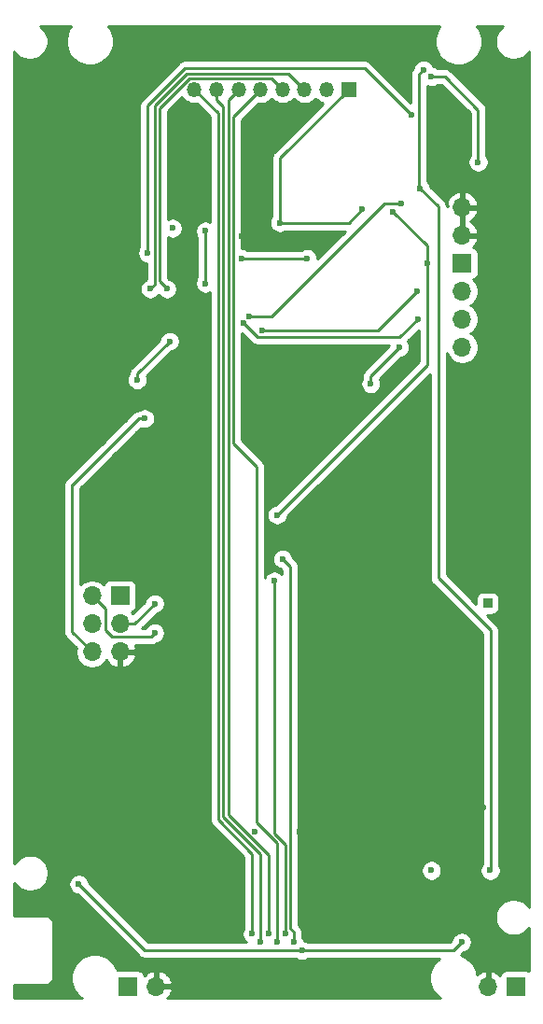
<source format=gbr>
%TF.GenerationSoftware,KiCad,Pcbnew,(5.1.9)-1*%
%TF.CreationDate,2021-03-27T02:19:14+01:00*%
%TF.ProjectId,HB-RC-12-EP-2,48422d52-432d-4313-922d-45502d322e6b,rev?*%
%TF.SameCoordinates,Original*%
%TF.FileFunction,Copper,L2,Bot*%
%TF.FilePolarity,Positive*%
%FSLAX46Y46*%
G04 Gerber Fmt 4.6, Leading zero omitted, Abs format (unit mm)*
G04 Created by KiCad (PCBNEW (5.1.9)-1) date 2021-03-27 02:19:14*
%MOMM*%
%LPD*%
G01*
G04 APERTURE LIST*
%TA.AperFunction,ComponentPad*%
%ADD10O,1.700000X1.700000*%
%TD*%
%TA.AperFunction,ComponentPad*%
%ADD11R,1.700000X1.700000*%
%TD*%
%TA.AperFunction,ComponentPad*%
%ADD12O,1.350000X1.350000*%
%TD*%
%TA.AperFunction,ComponentPad*%
%ADD13R,1.350000X1.350000*%
%TD*%
%TA.AperFunction,ComponentPad*%
%ADD14R,0.850000X0.850000*%
%TD*%
%TA.AperFunction,ViaPad*%
%ADD15C,0.600000*%
%TD*%
%TA.AperFunction,Conductor*%
%ADD16C,0.250000*%
%TD*%
%TA.AperFunction,Conductor*%
%ADD17C,0.254000*%
%TD*%
%TA.AperFunction,Conductor*%
%ADD18C,0.100000*%
%TD*%
G04 APERTURE END LIST*
D10*
%TO.P,FTDI1,6*%
%TO.N,/DTR*%
X128650000Y-99150000D03*
%TO.P,FTDI1,5*%
%TO.N,/TXD*%
X128650000Y-96610000D03*
%TO.P,FTDI1,4*%
%TO.N,/RXD*%
X128650000Y-94070000D03*
D11*
%TO.P,FTDI1,3*%
%TO.N,+3V0*%
X128650000Y-91530000D03*
D10*
%TO.P,FTDI1,2*%
%TO.N,GND*%
X128650000Y-88990000D03*
%TO.P,FTDI1,1*%
X128650000Y-86450000D03*
%TD*%
D12*
%TO.P,K1,8*%
%TO.N,/GX_BSY*%
X104350000Y-75750000D03*
%TO.P,K1,7*%
%TO.N,/GX_RST*%
X106350000Y-75750000D03*
%TO.P,K1,6*%
%TO.N,/GX_DC*%
X108350000Y-75750000D03*
%TO.P,K1,5*%
%TO.N,/GX_CS*%
X110350000Y-75750000D03*
%TO.P,K1,4*%
%TO.N,/SCK*%
X112350000Y-75750000D03*
%TO.P,K1,3*%
%TO.N,/MOSI*%
X114350000Y-75750000D03*
%TO.P,K1,2*%
%TO.N,GND*%
X116350000Y-75750000D03*
D13*
%TO.P,K1,1*%
%TO.N,+3V0*%
X118350000Y-75750000D03*
%TD*%
D11*
%TO.P,Power,1*%
%TO.N,+BATT*%
X98350000Y-157100000D03*
D10*
%TO.P,Power,2*%
%TO.N,GND*%
X100890000Y-157100000D03*
%TD*%
%TO.P,+,2*%
%TO.N,GND*%
X131010000Y-157125000D03*
D11*
%TO.P,+,1*%
%TO.N,Net-(J5-Pad1)*%
X133550000Y-157125000D03*
%TD*%
D14*
%TO.P,Ant,1*%
%TO.N,Net-(J1-Pad1)*%
X130950000Y-122350000D03*
%TD*%
D10*
%TO.P,ISP1,6*%
%TO.N,GND*%
X97600000Y-126780000D03*
%TO.P,ISP1,5*%
%TO.N,/RESET*%
X95060000Y-126780000D03*
%TO.P,ISP1,4*%
%TO.N,/MOSI*%
X97600000Y-124240000D03*
%TO.P,ISP1,3*%
%TO.N,/SCK*%
X95060000Y-124240000D03*
D11*
%TO.P,ISP1,2*%
%TO.N,+3V0*%
X97600000Y-121700000D03*
D10*
%TO.P,ISP1,1*%
%TO.N,/MISO*%
X95060000Y-121700000D03*
%TD*%
D15*
%TO.N,GND*%
X111800000Y-116350000D03*
X91100000Y-157850000D03*
X124850000Y-151850000D03*
X89350000Y-88850000D03*
X89600000Y-99850000D03*
X89350000Y-110850000D03*
X89600000Y-122100000D03*
X89600000Y-133100000D03*
X89600000Y-144350000D03*
X133350000Y-122350000D03*
X133100000Y-111100000D03*
X133100000Y-100100000D03*
X134350000Y-79350000D03*
X103600000Y-78100000D03*
X98300000Y-142450000D03*
X105850000Y-143050000D03*
X109850000Y-143050000D03*
X113850000Y-143050000D03*
X117050000Y-143050000D03*
X119350000Y-143050000D03*
X122550000Y-143050000D03*
X101550000Y-143050000D03*
X114600000Y-151600000D03*
X108600000Y-151600000D03*
X104350000Y-85600000D03*
X108600000Y-89100000D03*
X104350000Y-94100000D03*
X132200000Y-72850000D03*
X130600000Y-140850000D03*
X115600000Y-89350000D03*
X103550000Y-102150000D03*
X93500000Y-92150000D03*
X105550000Y-105900000D03*
X133100000Y-144600000D03*
%TO.N,Net-(D6-Pad2)*%
X131200000Y-146600000D03*
X124850000Y-84720000D03*
X125125000Y-73974999D03*
%TO.N,/DTR*%
X122950000Y-99150000D03*
X120350000Y-102450000D03*
%TO.N,+3V0*%
X125450000Y-91550000D03*
X111850000Y-114350000D03*
X114100000Y-153850000D03*
X99150000Y-102100000D03*
X102100000Y-98600000D03*
X128600000Y-153100000D03*
X93850000Y-147850000D03*
X112100000Y-87850000D03*
X119600000Y-86600000D03*
X122350000Y-86850000D03*
%TO.N,/MOSI*%
X112350000Y-118350000D03*
X113350000Y-153100000D03*
X100350000Y-93850000D03*
X100750000Y-122400000D03*
%TO.N,/SCK*%
X111600000Y-120350000D03*
X112600000Y-152350000D03*
X101850000Y-93850000D03*
%TO.N,/GX_CS*%
X111850000Y-153100000D03*
%TO.N,/GX_DC*%
X111100000Y-152350000D03*
%TO.N,/GX_RST*%
X110350000Y-153100000D03*
%TO.N,/GX_BSY*%
X109600000Y-152350000D03*
%TO.N,+BATT*%
X125850000Y-146600000D03*
%TO.N,/A6*%
X114600000Y-91100000D03*
X108600000Y-91100000D03*
X102350000Y-88350000D03*
%TO.N,/A7*%
X105350000Y-93350000D03*
X105350000Y-88600000D03*
%TO.N,/LED2*%
X100100000Y-90600000D03*
X124050000Y-78100000D03*
%TO.N,/LED*%
X109350000Y-96350000D03*
X123100000Y-86100000D03*
%TO.N,/TXD*%
X124600000Y-96610000D03*
X108800000Y-96950000D03*
%TO.N,/RXD*%
X124550000Y-94050000D03*
X110500000Y-97600000D03*
%TO.N,/RESET*%
X99850000Y-105612500D03*
%TO.N,/MISO*%
X100750000Y-125050000D03*
%TO.N,Net-(R10-Pad1)*%
X130100000Y-82350000D03*
X125850000Y-74600000D03*
%TD*%
D16*
%TO.N,GND*%
X134350000Y-75000000D02*
X132200000Y-72850000D01*
X134350000Y-79350000D02*
X134350000Y-75000000D01*
%TO.N,Net-(D6-Pad2)*%
X124750000Y-74349999D02*
X125125000Y-73974999D01*
X124750000Y-84620000D02*
X124850000Y-84720000D01*
X124750000Y-74349999D02*
X124750000Y-84620000D01*
X131225001Y-146574999D02*
X131200000Y-146600000D01*
X131225001Y-124824999D02*
X131225001Y-146574999D01*
X126475001Y-120074999D02*
X131225001Y-124824999D01*
X126475001Y-86345001D02*
X126475001Y-120074999D01*
X124850000Y-84720000D02*
X126475001Y-86345001D01*
%TO.N,/DTR*%
X120350000Y-101750000D02*
X122950000Y-99150000D01*
X120350000Y-102450000D02*
X120350000Y-101750000D01*
%TO.N,+3V0*%
X127850000Y-153850000D02*
X128600000Y-153100000D01*
X114100000Y-153850000D02*
X127850000Y-153850000D01*
X99850000Y-153850000D02*
X93850000Y-147850000D01*
X114100000Y-153850000D02*
X99850000Y-153850000D01*
X99150000Y-101550000D02*
X102100000Y-98600000D01*
X99150000Y-102100000D02*
X99150000Y-101550000D01*
X118350000Y-87850000D02*
X119600000Y-86600000D01*
X112100000Y-87850000D02*
X118350000Y-87850000D01*
X113680000Y-112520000D02*
X111850000Y-114350000D01*
X125450000Y-89950000D02*
X122350000Y-86850000D01*
X125450000Y-91750000D02*
X125450000Y-89950000D01*
X111850000Y-114350000D02*
X125450000Y-100750000D01*
X125450000Y-100750000D02*
X125450000Y-91750000D01*
X112100000Y-82000000D02*
X118350000Y-75750000D01*
X112100000Y-87850000D02*
X112100000Y-82000000D01*
%TO.N,/MOSI*%
X112899989Y-74299989D02*
X114350000Y-75750000D01*
X103683598Y-74299990D02*
X112899989Y-74299989D01*
X100725002Y-77258586D02*
X103683598Y-74299990D01*
X113050010Y-119050010D02*
X112350000Y-118350000D01*
X113050010Y-151875008D02*
X113050010Y-119050010D01*
X113350000Y-152174998D02*
X113050010Y-151875008D01*
X113350000Y-153100000D02*
X113350000Y-152174998D01*
X100350000Y-93850000D02*
X100725001Y-93474999D01*
X100725001Y-93474999D02*
X100725002Y-77258586D01*
X98910000Y-124240000D02*
X100750000Y-122400000D01*
X97600000Y-124240000D02*
X98910000Y-124240000D01*
%TO.N,/SCK*%
X111600000Y-143238588D02*
X112600000Y-144238588D01*
X112600000Y-144238588D02*
X112600000Y-152350000D01*
X111600000Y-120350000D02*
X111600000Y-143238588D01*
X111349999Y-74749999D02*
X112350000Y-75750000D01*
X103869999Y-74749999D02*
X111349999Y-74749999D01*
X101175011Y-77444987D02*
X103869999Y-74749999D01*
X101175011Y-93175011D02*
X101175011Y-77444987D01*
X101850000Y-93850000D02*
X101175011Y-93175011D01*
%TO.N,/GX_CS*%
X111850000Y-144124998D02*
X111850000Y-153100000D01*
X109964999Y-142239997D02*
X111850000Y-144124998D01*
X109964999Y-109964997D02*
X109964999Y-142239997D01*
X107875009Y-107875009D02*
X109964999Y-109964997D01*
X107875009Y-78224991D02*
X107875009Y-107875009D01*
X110350000Y-75750000D02*
X107875009Y-78224991D01*
%TO.N,/GX_DC*%
X107424999Y-76675001D02*
X108350000Y-75750000D01*
X107424999Y-141550001D02*
X107424999Y-76675001D01*
X111100000Y-145225002D02*
X107424999Y-141550001D01*
X111100000Y-152350000D02*
X111100000Y-145225002D01*
%TO.N,/GX_RST*%
X110350000Y-145111412D02*
X110350000Y-153100000D01*
X106974989Y-77329583D02*
X106974990Y-141736402D01*
X106350000Y-76704594D02*
X106974989Y-77329583D01*
X106974990Y-141736402D02*
X110350000Y-145111412D01*
X106350000Y-75750000D02*
X106350000Y-76704594D01*
%TO.N,/GX_BSY*%
X104350000Y-75750000D02*
X106524981Y-77924981D01*
X106524981Y-77924981D02*
X106524981Y-142024981D01*
X109600000Y-152350000D02*
X109600000Y-145100000D01*
X106524981Y-142024981D02*
X109600000Y-145100000D01*
%TO.N,/A6*%
X108600000Y-91100000D02*
X114600000Y-91100000D01*
%TO.N,/A7*%
X105350000Y-88600000D02*
X105350000Y-93350000D01*
%TO.N,/LED2*%
X100100000Y-77247178D02*
X100100000Y-90600000D01*
X103497197Y-73849981D02*
X100100000Y-77247178D01*
X116599981Y-73849981D02*
X103497197Y-73849981D01*
X116600000Y-73850000D02*
X116599981Y-73849981D01*
X119800000Y-73850000D02*
X116600000Y-73850000D01*
X124050000Y-78100000D02*
X119800000Y-73850000D01*
%TO.N,/LED*%
X121600000Y-86100000D02*
X123100000Y-86100000D01*
X111350000Y-96350000D02*
X121600000Y-86100000D01*
X109350000Y-96350000D02*
X111350000Y-96350000D01*
%TO.N,/TXD*%
X108800000Y-96950000D02*
X110075001Y-98225001D01*
X122984999Y-98225001D02*
X124600000Y-96610000D01*
X110075001Y-98225001D02*
X122984999Y-98225001D01*
%TO.N,/RXD*%
X121000000Y-97600000D02*
X124550000Y-94050000D01*
X110500000Y-97600000D02*
X121000000Y-97600000D01*
%TO.N,/RESET*%
X93250000Y-124970000D02*
X95060000Y-126780000D01*
X93275000Y-111625000D02*
X93250000Y-111625000D01*
X93250000Y-111625000D02*
X93250000Y-124970000D01*
X96500000Y-108400000D02*
X96200000Y-108700000D01*
X96500000Y-108400000D02*
X94449999Y-110450001D01*
X99850000Y-105612500D02*
X99287500Y-105612500D01*
X99287500Y-105612500D02*
X98525000Y-106375000D01*
X98525000Y-106375000D02*
X93275000Y-111625000D01*
X98525000Y-106375000D02*
X96500000Y-108400000D01*
%TO.N,/MISO*%
X96235001Y-124804001D02*
X96235001Y-122875001D01*
X96846001Y-125415001D02*
X96235001Y-124804001D01*
X96235001Y-122875001D02*
X95060000Y-121700000D01*
X100384999Y-125415001D02*
X96846001Y-125415001D01*
X100750000Y-125050000D02*
X100384999Y-125415001D01*
%TO.N,Net-(R10-Pad1)*%
X125850000Y-74600000D02*
X127100000Y-74600000D01*
X130100000Y-77600000D02*
X130100000Y-82350000D01*
X127100000Y-74600000D02*
X130100000Y-77600000D01*
%TD*%
D17*
%TO.N,GND*%
X93164837Y-70017023D02*
X92927412Y-70372355D01*
X92763870Y-70767179D01*
X92680497Y-71186323D01*
X92680497Y-71613677D01*
X92763870Y-72032821D01*
X92927412Y-72427645D01*
X93164837Y-72782977D01*
X93467023Y-73085163D01*
X93822355Y-73322588D01*
X94217179Y-73486130D01*
X94636323Y-73569503D01*
X95063677Y-73569503D01*
X95482821Y-73486130D01*
X95877645Y-73322588D01*
X96232977Y-73085163D01*
X96535163Y-72782977D01*
X96772588Y-72427645D01*
X96936130Y-72032821D01*
X97019503Y-71613677D01*
X97019503Y-71186323D01*
X96936130Y-70767179D01*
X96772588Y-70372355D01*
X96535163Y-70017023D01*
X96528140Y-70010000D01*
X126621860Y-70010000D01*
X126614837Y-70017023D01*
X126377412Y-70372355D01*
X126213870Y-70767179D01*
X126130497Y-71186323D01*
X126130497Y-71613677D01*
X126213870Y-72032821D01*
X126377412Y-72427645D01*
X126614837Y-72782977D01*
X126917023Y-73085163D01*
X127272355Y-73322588D01*
X127667179Y-73486130D01*
X128086323Y-73569503D01*
X128513677Y-73569503D01*
X128932821Y-73486130D01*
X129327645Y-73322588D01*
X129682977Y-73085163D01*
X129985163Y-72782977D01*
X130222588Y-72427645D01*
X130386130Y-72032821D01*
X130469503Y-71613677D01*
X130469503Y-71186323D01*
X130386130Y-70767179D01*
X130222588Y-70372355D01*
X129985163Y-70017023D01*
X129978140Y-70010000D01*
X132370922Y-70010000D01*
X132234219Y-70101342D01*
X132001342Y-70334219D01*
X131818372Y-70608053D01*
X131692340Y-70912322D01*
X131628090Y-71235331D01*
X131628090Y-71564669D01*
X131692340Y-71887678D01*
X131818372Y-72191947D01*
X132001342Y-72465781D01*
X132234219Y-72698658D01*
X132508053Y-72881628D01*
X132812322Y-73007660D01*
X133135331Y-73071910D01*
X133464669Y-73071910D01*
X133787678Y-73007660D01*
X134091947Y-72881628D01*
X134365781Y-72698658D01*
X134598658Y-72465781D01*
X134690000Y-72329078D01*
X134690001Y-149920923D01*
X134598658Y-149784219D01*
X134365781Y-149551342D01*
X134091947Y-149368372D01*
X133787678Y-149242340D01*
X133464669Y-149178090D01*
X133135331Y-149178090D01*
X132812322Y-149242340D01*
X132508053Y-149368372D01*
X132234219Y-149551342D01*
X132001342Y-149784219D01*
X131818372Y-150058053D01*
X131692340Y-150362322D01*
X131628090Y-150685331D01*
X131628090Y-151014669D01*
X131692340Y-151337678D01*
X131818372Y-151641947D01*
X132001342Y-151915781D01*
X132234219Y-152148658D01*
X132508053Y-152331628D01*
X132812322Y-152457660D01*
X133135331Y-152521910D01*
X133464669Y-152521910D01*
X133787678Y-152457660D01*
X134091947Y-152331628D01*
X134365781Y-152148658D01*
X134598658Y-151915781D01*
X134690001Y-151779077D01*
X134690001Y-155709990D01*
X134644180Y-155685498D01*
X134524482Y-155649188D01*
X134400000Y-155636928D01*
X132700000Y-155636928D01*
X132575518Y-155649188D01*
X132455820Y-155685498D01*
X132345506Y-155744463D01*
X132248815Y-155823815D01*
X132169463Y-155920506D01*
X132110498Y-156030820D01*
X132086034Y-156111466D01*
X132010269Y-156027412D01*
X131776920Y-155853359D01*
X131514099Y-155728175D01*
X131366890Y-155683524D01*
X131137000Y-155804845D01*
X131137000Y-156998000D01*
X131157000Y-156998000D01*
X131157000Y-157252000D01*
X131137000Y-157252000D01*
X131137000Y-157272000D01*
X130883000Y-157272000D01*
X130883000Y-157252000D01*
X130863000Y-157252000D01*
X130863000Y-156998000D01*
X130883000Y-156998000D01*
X130883000Y-155804845D01*
X130653110Y-155683524D01*
X130505901Y-155728175D01*
X130243080Y-155853359D01*
X130009731Y-156027412D01*
X129999989Y-156038220D01*
X129936130Y-155717179D01*
X129772588Y-155322355D01*
X129535163Y-154967023D01*
X129232977Y-154664837D01*
X128877645Y-154427412D01*
X128502698Y-154272103D01*
X128751649Y-154023153D01*
X128872729Y-153999068D01*
X129042889Y-153928586D01*
X129196028Y-153826262D01*
X129326262Y-153696028D01*
X129428586Y-153542889D01*
X129499068Y-153372729D01*
X129535000Y-153192089D01*
X129535000Y-153007911D01*
X129499068Y-152827271D01*
X129428586Y-152657111D01*
X129326262Y-152503972D01*
X129196028Y-152373738D01*
X129042889Y-152271414D01*
X128872729Y-152200932D01*
X128692089Y-152165000D01*
X128507911Y-152165000D01*
X128327271Y-152200932D01*
X128157111Y-152271414D01*
X128003972Y-152373738D01*
X127873738Y-152503972D01*
X127771414Y-152657111D01*
X127700932Y-152827271D01*
X127676847Y-152948351D01*
X127535199Y-153090000D01*
X114645535Y-153090000D01*
X114542889Y-153021414D01*
X114372729Y-152950932D01*
X114269585Y-152930415D01*
X114249068Y-152827271D01*
X114178586Y-152657111D01*
X114110000Y-152554465D01*
X114110000Y-152212321D01*
X114113676Y-152174998D01*
X114110000Y-152137675D01*
X114110000Y-152137665D01*
X114099003Y-152026012D01*
X114055546Y-151882751D01*
X113984974Y-151750722D01*
X113890001Y-151634997D01*
X113860997Y-151611194D01*
X113810010Y-151560207D01*
X113810010Y-146507911D01*
X124915000Y-146507911D01*
X124915000Y-146692089D01*
X124950932Y-146872729D01*
X125021414Y-147042889D01*
X125123738Y-147196028D01*
X125253972Y-147326262D01*
X125407111Y-147428586D01*
X125577271Y-147499068D01*
X125757911Y-147535000D01*
X125942089Y-147535000D01*
X126122729Y-147499068D01*
X126292889Y-147428586D01*
X126446028Y-147326262D01*
X126576262Y-147196028D01*
X126678586Y-147042889D01*
X126749068Y-146872729D01*
X126785000Y-146692089D01*
X126785000Y-146507911D01*
X126749068Y-146327271D01*
X126678586Y-146157111D01*
X126576262Y-146003972D01*
X126446028Y-145873738D01*
X126292889Y-145771414D01*
X126122729Y-145700932D01*
X125942089Y-145665000D01*
X125757911Y-145665000D01*
X125577271Y-145700932D01*
X125407111Y-145771414D01*
X125253972Y-145873738D01*
X125123738Y-146003972D01*
X125021414Y-146157111D01*
X124950932Y-146327271D01*
X124915000Y-146507911D01*
X113810010Y-146507911D01*
X113810010Y-119087335D01*
X113813686Y-119050010D01*
X113810010Y-119012685D01*
X113810010Y-119012677D01*
X113799013Y-118901024D01*
X113755556Y-118757763D01*
X113684984Y-118625734D01*
X113590011Y-118510009D01*
X113561012Y-118486211D01*
X113273153Y-118198351D01*
X113249068Y-118077271D01*
X113178586Y-117907111D01*
X113076262Y-117753972D01*
X112946028Y-117623738D01*
X112792889Y-117521414D01*
X112622729Y-117450932D01*
X112442089Y-117415000D01*
X112257911Y-117415000D01*
X112077271Y-117450932D01*
X111907111Y-117521414D01*
X111753972Y-117623738D01*
X111623738Y-117753972D01*
X111521414Y-117907111D01*
X111450932Y-118077271D01*
X111415000Y-118257911D01*
X111415000Y-118442089D01*
X111450932Y-118622729D01*
X111521414Y-118792889D01*
X111623738Y-118946028D01*
X111753972Y-119076262D01*
X111907111Y-119178586D01*
X112077271Y-119249068D01*
X112198351Y-119273153D01*
X112290011Y-119364813D01*
X112290011Y-119717721D01*
X112196028Y-119623738D01*
X112042889Y-119521414D01*
X111872729Y-119450932D01*
X111692089Y-119415000D01*
X111507911Y-119415000D01*
X111327271Y-119450932D01*
X111157111Y-119521414D01*
X111003972Y-119623738D01*
X110873738Y-119753972D01*
X110771414Y-119907111D01*
X110724999Y-120019168D01*
X110724999Y-110002321D01*
X110728675Y-109964996D01*
X110724999Y-109927673D01*
X110724999Y-109927664D01*
X110714002Y-109816011D01*
X110670545Y-109672750D01*
X110599974Y-109540722D01*
X110599973Y-109540720D01*
X110528798Y-109453994D01*
X110505000Y-109424996D01*
X110476003Y-109401199D01*
X108635009Y-107560208D01*
X108635009Y-97870499D01*
X108648351Y-97873153D01*
X109511202Y-98736004D01*
X109535000Y-98765002D01*
X109650725Y-98859975D01*
X109782754Y-98930547D01*
X109926015Y-98974004D01*
X110037668Y-98985001D01*
X110037676Y-98985001D01*
X110075001Y-98988677D01*
X110112326Y-98985001D01*
X122029503Y-98985001D01*
X122026847Y-98998351D01*
X119838998Y-101186201D01*
X119810000Y-101209999D01*
X119786202Y-101238997D01*
X119786201Y-101238998D01*
X119715026Y-101325724D01*
X119644454Y-101457754D01*
X119629317Y-101507656D01*
X119600997Y-101601014D01*
X119590000Y-101712667D01*
X119590000Y-101712678D01*
X119586324Y-101750000D01*
X119590000Y-101787322D01*
X119590000Y-101904465D01*
X119521414Y-102007111D01*
X119450932Y-102177271D01*
X119415000Y-102357911D01*
X119415000Y-102542089D01*
X119450932Y-102722729D01*
X119521414Y-102892889D01*
X119623738Y-103046028D01*
X119753972Y-103176262D01*
X119907111Y-103278586D01*
X120077271Y-103349068D01*
X120257911Y-103385000D01*
X120442089Y-103385000D01*
X120622729Y-103349068D01*
X120792889Y-103278586D01*
X120946028Y-103176262D01*
X121076262Y-103046028D01*
X121178586Y-102892889D01*
X121249068Y-102722729D01*
X121285000Y-102542089D01*
X121285000Y-102357911D01*
X121249068Y-102177271D01*
X121178586Y-102007111D01*
X121174222Y-102000579D01*
X123101649Y-100073153D01*
X123222729Y-100049068D01*
X123392889Y-99978586D01*
X123546028Y-99876262D01*
X123676262Y-99746028D01*
X123778586Y-99592889D01*
X123849068Y-99422729D01*
X123885000Y-99242089D01*
X123885000Y-99057911D01*
X123849068Y-98877271D01*
X123778586Y-98707111D01*
X123698118Y-98586683D01*
X124690000Y-97594801D01*
X124690000Y-100435197D01*
X113169001Y-111956198D01*
X113168997Y-111956201D01*
X111698352Y-113426847D01*
X111577271Y-113450932D01*
X111407111Y-113521414D01*
X111253972Y-113623738D01*
X111123738Y-113753972D01*
X111021414Y-113907111D01*
X110950932Y-114077271D01*
X110915000Y-114257911D01*
X110915000Y-114442089D01*
X110950932Y-114622729D01*
X111021414Y-114792889D01*
X111123738Y-114946028D01*
X111253972Y-115076262D01*
X111407111Y-115178586D01*
X111577271Y-115249068D01*
X111757911Y-115285000D01*
X111942089Y-115285000D01*
X112122729Y-115249068D01*
X112292889Y-115178586D01*
X112446028Y-115076262D01*
X112576262Y-114946028D01*
X112678586Y-114792889D01*
X112749068Y-114622729D01*
X112773153Y-114501648D01*
X113217047Y-114057754D01*
X114243799Y-113031003D01*
X114243802Y-113030999D01*
X125715001Y-101559802D01*
X125715002Y-120037666D01*
X125711325Y-120074999D01*
X125715002Y-120112332D01*
X125724812Y-120211928D01*
X125725999Y-120223984D01*
X125769455Y-120367245D01*
X125840027Y-120499275D01*
X125878805Y-120546525D01*
X125935001Y-120615000D01*
X125963999Y-120638798D01*
X130465001Y-125139802D01*
X130465002Y-146017046D01*
X130371414Y-146157111D01*
X130300932Y-146327271D01*
X130265000Y-146507911D01*
X130265000Y-146692089D01*
X130300932Y-146872729D01*
X130371414Y-147042889D01*
X130473738Y-147196028D01*
X130603972Y-147326262D01*
X130757111Y-147428586D01*
X130927271Y-147499068D01*
X131107911Y-147535000D01*
X131292089Y-147535000D01*
X131472729Y-147499068D01*
X131642889Y-147428586D01*
X131796028Y-147326262D01*
X131926262Y-147196028D01*
X132028586Y-147042889D01*
X132099068Y-146872729D01*
X132135000Y-146692089D01*
X132135000Y-146507911D01*
X132099068Y-146327271D01*
X132028586Y-146157111D01*
X131985001Y-146091881D01*
X131985001Y-124862321D01*
X131988677Y-124824998D01*
X131985001Y-124787675D01*
X131985001Y-124787666D01*
X131974004Y-124676013D01*
X131930547Y-124532752D01*
X131859975Y-124400723D01*
X131842742Y-124379725D01*
X131788800Y-124313995D01*
X131788796Y-124313991D01*
X131765002Y-124284998D01*
X131736010Y-124261205D01*
X130887877Y-123413072D01*
X131375000Y-123413072D01*
X131499482Y-123400812D01*
X131619180Y-123364502D01*
X131729494Y-123305537D01*
X131826185Y-123226185D01*
X131905537Y-123129494D01*
X131964502Y-123019180D01*
X132000812Y-122899482D01*
X132013072Y-122775000D01*
X132013072Y-121925000D01*
X132000812Y-121800518D01*
X131964502Y-121680820D01*
X131905537Y-121570506D01*
X131826185Y-121473815D01*
X131729494Y-121394463D01*
X131619180Y-121335498D01*
X131499482Y-121299188D01*
X131375000Y-121286928D01*
X130525000Y-121286928D01*
X130400518Y-121299188D01*
X130280820Y-121335498D01*
X130170506Y-121394463D01*
X130073815Y-121473815D01*
X129994463Y-121570506D01*
X129935498Y-121680820D01*
X129899188Y-121800518D01*
X129886928Y-121925000D01*
X129886928Y-122412124D01*
X127235001Y-119760198D01*
X127235001Y-99614381D01*
X127334010Y-99853411D01*
X127496525Y-100096632D01*
X127703368Y-100303475D01*
X127946589Y-100465990D01*
X128216842Y-100577932D01*
X128503740Y-100635000D01*
X128796260Y-100635000D01*
X129083158Y-100577932D01*
X129353411Y-100465990D01*
X129596632Y-100303475D01*
X129803475Y-100096632D01*
X129965990Y-99853411D01*
X130077932Y-99583158D01*
X130135000Y-99296260D01*
X130135000Y-99003740D01*
X130077932Y-98716842D01*
X129965990Y-98446589D01*
X129803475Y-98203368D01*
X129596632Y-97996525D01*
X129422240Y-97880000D01*
X129596632Y-97763475D01*
X129803475Y-97556632D01*
X129965990Y-97313411D01*
X130077932Y-97043158D01*
X130135000Y-96756260D01*
X130135000Y-96463740D01*
X130077932Y-96176842D01*
X129965990Y-95906589D01*
X129803475Y-95663368D01*
X129596632Y-95456525D01*
X129422240Y-95340000D01*
X129596632Y-95223475D01*
X129803475Y-95016632D01*
X129965990Y-94773411D01*
X130077932Y-94503158D01*
X130135000Y-94216260D01*
X130135000Y-93923740D01*
X130077932Y-93636842D01*
X129965990Y-93366589D01*
X129803475Y-93123368D01*
X129671620Y-92991513D01*
X129744180Y-92969502D01*
X129854494Y-92910537D01*
X129951185Y-92831185D01*
X130030537Y-92734494D01*
X130089502Y-92624180D01*
X130125812Y-92504482D01*
X130138072Y-92380000D01*
X130138072Y-90680000D01*
X130125812Y-90555518D01*
X130089502Y-90435820D01*
X130030537Y-90325506D01*
X129951185Y-90228815D01*
X129854494Y-90149463D01*
X129744180Y-90090498D01*
X129663534Y-90066034D01*
X129747588Y-89990269D01*
X129921641Y-89756920D01*
X130046825Y-89494099D01*
X130091476Y-89346890D01*
X129970155Y-89117000D01*
X128777000Y-89117000D01*
X128777000Y-89137000D01*
X128523000Y-89137000D01*
X128523000Y-89117000D01*
X128503000Y-89117000D01*
X128503000Y-88863000D01*
X128523000Y-88863000D01*
X128523000Y-86577000D01*
X128777000Y-86577000D01*
X128777000Y-88863000D01*
X129970155Y-88863000D01*
X130091476Y-88633110D01*
X130046825Y-88485901D01*
X129921641Y-88223080D01*
X129747588Y-87989731D01*
X129531355Y-87794822D01*
X129405745Y-87720000D01*
X129531355Y-87645178D01*
X129747588Y-87450269D01*
X129921641Y-87216920D01*
X130046825Y-86954099D01*
X130091476Y-86806890D01*
X129970155Y-86577000D01*
X128777000Y-86577000D01*
X128523000Y-86577000D01*
X128503000Y-86577000D01*
X128503000Y-86323000D01*
X128523000Y-86323000D01*
X128523000Y-85129186D01*
X128777000Y-85129186D01*
X128777000Y-86323000D01*
X129970155Y-86323000D01*
X130091476Y-86093110D01*
X130046825Y-85945901D01*
X129921641Y-85683080D01*
X129747588Y-85449731D01*
X129531355Y-85254822D01*
X129281252Y-85105843D01*
X129006891Y-85008519D01*
X128777000Y-85129186D01*
X128523000Y-85129186D01*
X128293109Y-85008519D01*
X128018748Y-85105843D01*
X127768645Y-85254822D01*
X127552412Y-85449731D01*
X127378359Y-85683080D01*
X127253175Y-85945901D01*
X127208524Y-86093110D01*
X127329844Y-86322998D01*
X127236510Y-86322998D01*
X127235001Y-86307677D01*
X127235001Y-86307668D01*
X127224004Y-86196015D01*
X127180547Y-86052754D01*
X127109975Y-85920725D01*
X127052752Y-85850998D01*
X127038800Y-85833997D01*
X127038796Y-85833993D01*
X127015002Y-85805000D01*
X126986010Y-85781207D01*
X125773153Y-84568351D01*
X125749068Y-84447271D01*
X125678586Y-84277111D01*
X125576262Y-84123972D01*
X125510000Y-84057710D01*
X125510000Y-75471204D01*
X125577271Y-75499068D01*
X125757911Y-75535000D01*
X125942089Y-75535000D01*
X126122729Y-75499068D01*
X126292889Y-75428586D01*
X126395535Y-75360000D01*
X126785199Y-75360000D01*
X129340000Y-77914802D01*
X129340001Y-81804463D01*
X129271414Y-81907111D01*
X129200932Y-82077271D01*
X129165000Y-82257911D01*
X129165000Y-82442089D01*
X129200932Y-82622729D01*
X129271414Y-82792889D01*
X129373738Y-82946028D01*
X129503972Y-83076262D01*
X129657111Y-83178586D01*
X129827271Y-83249068D01*
X130007911Y-83285000D01*
X130192089Y-83285000D01*
X130372729Y-83249068D01*
X130542889Y-83178586D01*
X130696028Y-83076262D01*
X130826262Y-82946028D01*
X130928586Y-82792889D01*
X130999068Y-82622729D01*
X131035000Y-82442089D01*
X131035000Y-82257911D01*
X130999068Y-82077271D01*
X130928586Y-81907111D01*
X130860000Y-81804465D01*
X130860000Y-77637325D01*
X130863676Y-77600000D01*
X130860000Y-77562675D01*
X130860000Y-77562667D01*
X130849003Y-77451014D01*
X130805546Y-77307753D01*
X130734974Y-77175724D01*
X130640001Y-77059999D01*
X130611004Y-77036202D01*
X127663804Y-74089003D01*
X127640001Y-74059999D01*
X127524276Y-73965026D01*
X127392247Y-73894454D01*
X127248986Y-73850997D01*
X127137333Y-73840000D01*
X127137322Y-73840000D01*
X127100000Y-73836324D01*
X127062678Y-73840000D01*
X126395535Y-73840000D01*
X126292889Y-73771414D01*
X126122729Y-73700932D01*
X126014605Y-73679425D01*
X125953586Y-73532110D01*
X125851262Y-73378971D01*
X125721028Y-73248737D01*
X125567889Y-73146413D01*
X125397729Y-73075931D01*
X125217089Y-73039999D01*
X125032911Y-73039999D01*
X124852271Y-73075931D01*
X124682111Y-73146413D01*
X124528972Y-73248737D01*
X124398738Y-73378971D01*
X124296414Y-73532110D01*
X124225932Y-73702270D01*
X124202745Y-73818837D01*
X124157689Y-73873738D01*
X124115026Y-73925723D01*
X124074791Y-74000997D01*
X124044454Y-74057753D01*
X124000997Y-74201014D01*
X123990000Y-74312667D01*
X123990000Y-74312677D01*
X123986324Y-74349999D01*
X123990000Y-74387321D01*
X123990000Y-76965198D01*
X120363804Y-73339003D01*
X120340001Y-73309999D01*
X120224276Y-73215026D01*
X120092247Y-73144454D01*
X119948986Y-73100997D01*
X119837333Y-73090000D01*
X119837322Y-73090000D01*
X119800000Y-73086324D01*
X119762678Y-73090000D01*
X116637507Y-73090000D01*
X116637314Y-73089981D01*
X116637303Y-73089981D01*
X116599981Y-73086305D01*
X116562659Y-73089981D01*
X103534519Y-73089981D01*
X103497196Y-73086305D01*
X103459873Y-73089981D01*
X103459864Y-73089981D01*
X103348211Y-73100978D01*
X103204950Y-73144435D01*
X103072920Y-73215007D01*
X103006578Y-73269453D01*
X102957196Y-73309980D01*
X102933398Y-73338978D01*
X99589003Y-76683374D01*
X99559999Y-76707177D01*
X99510458Y-76767544D01*
X99465026Y-76822902D01*
X99394455Y-76954931D01*
X99394454Y-76954932D01*
X99350997Y-77098193D01*
X99340000Y-77209846D01*
X99340000Y-77209856D01*
X99336324Y-77247178D01*
X99340000Y-77284500D01*
X99340001Y-90054463D01*
X99271414Y-90157111D01*
X99200932Y-90327271D01*
X99165000Y-90507911D01*
X99165000Y-90692089D01*
X99200932Y-90872729D01*
X99271414Y-91042889D01*
X99373738Y-91196028D01*
X99503972Y-91326262D01*
X99657111Y-91428586D01*
X99827271Y-91499068D01*
X99965001Y-91526465D01*
X99965001Y-92997435D01*
X99907111Y-93021414D01*
X99753972Y-93123738D01*
X99623738Y-93253972D01*
X99521414Y-93407111D01*
X99450932Y-93577271D01*
X99415000Y-93757911D01*
X99415000Y-93942089D01*
X99450932Y-94122729D01*
X99521414Y-94292889D01*
X99623738Y-94446028D01*
X99753972Y-94576262D01*
X99907111Y-94678586D01*
X100077271Y-94749068D01*
X100257911Y-94785000D01*
X100442089Y-94785000D01*
X100622729Y-94749068D01*
X100792889Y-94678586D01*
X100946028Y-94576262D01*
X101076262Y-94446028D01*
X101100000Y-94410502D01*
X101123738Y-94446028D01*
X101253972Y-94576262D01*
X101407111Y-94678586D01*
X101577271Y-94749068D01*
X101757911Y-94785000D01*
X101942089Y-94785000D01*
X102122729Y-94749068D01*
X102292889Y-94678586D01*
X102446028Y-94576262D01*
X102576262Y-94446028D01*
X102678586Y-94292889D01*
X102749068Y-94122729D01*
X102785000Y-93942089D01*
X102785000Y-93757911D01*
X102749068Y-93577271D01*
X102678586Y-93407111D01*
X102576262Y-93253972D01*
X102446028Y-93123738D01*
X102292889Y-93021414D01*
X102122729Y-92950932D01*
X102001649Y-92926847D01*
X101935011Y-92860210D01*
X101935011Y-89190142D01*
X102077271Y-89249068D01*
X102257911Y-89285000D01*
X102442089Y-89285000D01*
X102622729Y-89249068D01*
X102792889Y-89178586D01*
X102946028Y-89076262D01*
X103076262Y-88946028D01*
X103178586Y-88792889D01*
X103249068Y-88622729D01*
X103285000Y-88442089D01*
X103285000Y-88257911D01*
X103249068Y-88077271D01*
X103178586Y-87907111D01*
X103076262Y-87753972D01*
X102946028Y-87623738D01*
X102792889Y-87521414D01*
X102622729Y-87450932D01*
X102442089Y-87415000D01*
X102257911Y-87415000D01*
X102077271Y-87450932D01*
X101935011Y-87509858D01*
X101935011Y-77759788D01*
X103243242Y-76451558D01*
X103332456Y-76585077D01*
X103514923Y-76767544D01*
X103729482Y-76910907D01*
X103967887Y-77009658D01*
X104220976Y-77060000D01*
X104479024Y-77060000D01*
X104567583Y-77042385D01*
X105764981Y-78239783D01*
X105764981Y-87759854D01*
X105622729Y-87700932D01*
X105442089Y-87665000D01*
X105257911Y-87665000D01*
X105077271Y-87700932D01*
X104907111Y-87771414D01*
X104753972Y-87873738D01*
X104623738Y-88003972D01*
X104521414Y-88157111D01*
X104450932Y-88327271D01*
X104415000Y-88507911D01*
X104415000Y-88692089D01*
X104450932Y-88872729D01*
X104521414Y-89042889D01*
X104590000Y-89145536D01*
X104590001Y-92804463D01*
X104521414Y-92907111D01*
X104450932Y-93077271D01*
X104415000Y-93257911D01*
X104415000Y-93442089D01*
X104450932Y-93622729D01*
X104521414Y-93792889D01*
X104623738Y-93946028D01*
X104753972Y-94076262D01*
X104907111Y-94178586D01*
X105077271Y-94249068D01*
X105257911Y-94285000D01*
X105442089Y-94285000D01*
X105622729Y-94249068D01*
X105764981Y-94190146D01*
X105764982Y-141987648D01*
X105761305Y-142024981D01*
X105775979Y-142173966D01*
X105819435Y-142317227D01*
X105890007Y-142449257D01*
X105961182Y-142535983D01*
X105984981Y-142564982D01*
X106013979Y-142588780D01*
X108840001Y-145414803D01*
X108840000Y-151804464D01*
X108771414Y-151907111D01*
X108700932Y-152077271D01*
X108665000Y-152257911D01*
X108665000Y-152442089D01*
X108700932Y-152622729D01*
X108771414Y-152792889D01*
X108873738Y-152946028D01*
X109003972Y-153076262D01*
X109024532Y-153090000D01*
X100164803Y-153090000D01*
X94773153Y-147698352D01*
X94749068Y-147577271D01*
X94678586Y-147407111D01*
X94576262Y-147253972D01*
X94446028Y-147123738D01*
X94292889Y-147021414D01*
X94122729Y-146950932D01*
X93942089Y-146915000D01*
X93757911Y-146915000D01*
X93577271Y-146950932D01*
X93407111Y-147021414D01*
X93253972Y-147123738D01*
X93123738Y-147253972D01*
X93021414Y-147407111D01*
X92950932Y-147577271D01*
X92915000Y-147757911D01*
X92915000Y-147942089D01*
X92950932Y-148122729D01*
X93021414Y-148292889D01*
X93123738Y-148446028D01*
X93253972Y-148576262D01*
X93407111Y-148678586D01*
X93577271Y-148749068D01*
X93698352Y-148773153D01*
X99286205Y-154361008D01*
X99309999Y-154390001D01*
X99338992Y-154413795D01*
X99338996Y-154413799D01*
X99355584Y-154427412D01*
X99425724Y-154484974D01*
X99557753Y-154555546D01*
X99701014Y-154599003D01*
X99812667Y-154610000D01*
X99812676Y-154610000D01*
X99849999Y-154613676D01*
X99887322Y-154610000D01*
X113554465Y-154610000D01*
X113657111Y-154678586D01*
X113827271Y-154749068D01*
X114007911Y-154785000D01*
X114192089Y-154785000D01*
X114372729Y-154749068D01*
X114542889Y-154678586D01*
X114645535Y-154610000D01*
X126549092Y-154610000D01*
X126467023Y-154664837D01*
X126164837Y-154967023D01*
X125927412Y-155322355D01*
X125763870Y-155717179D01*
X125680497Y-156136323D01*
X125680497Y-156563677D01*
X125763870Y-156982821D01*
X125927412Y-157377645D01*
X126164837Y-157732977D01*
X126467023Y-158035163D01*
X126698753Y-158190000D01*
X101897109Y-158190000D01*
X102085178Y-157981355D01*
X102234157Y-157731252D01*
X102331481Y-157456891D01*
X102210814Y-157227000D01*
X101017000Y-157227000D01*
X101017000Y-157247000D01*
X100763000Y-157247000D01*
X100763000Y-157227000D01*
X100743000Y-157227000D01*
X100743000Y-156973000D01*
X100763000Y-156973000D01*
X100763000Y-155779845D01*
X101017000Y-155779845D01*
X101017000Y-156973000D01*
X102210814Y-156973000D01*
X102331481Y-156743109D01*
X102234157Y-156468748D01*
X102085178Y-156218645D01*
X101890269Y-156002412D01*
X101656920Y-155828359D01*
X101394099Y-155703175D01*
X101246890Y-155658524D01*
X101017000Y-155779845D01*
X100763000Y-155779845D01*
X100533110Y-155658524D01*
X100385901Y-155703175D01*
X100123080Y-155828359D01*
X99889731Y-156002412D01*
X99813966Y-156086466D01*
X99789502Y-156005820D01*
X99730537Y-155895506D01*
X99651185Y-155798815D01*
X99554494Y-155719463D01*
X99444180Y-155660498D01*
X99324482Y-155624188D01*
X99200000Y-155611928D01*
X97500000Y-155611928D01*
X97375518Y-155624188D01*
X97350727Y-155631708D01*
X97222588Y-155322355D01*
X96985163Y-154967023D01*
X96682977Y-154664837D01*
X96327645Y-154427412D01*
X95932821Y-154263870D01*
X95513677Y-154180497D01*
X95086323Y-154180497D01*
X94667179Y-154263870D01*
X94272355Y-154427412D01*
X93917023Y-154664837D01*
X93614837Y-154967023D01*
X93377412Y-155322355D01*
X93213870Y-155717179D01*
X93130497Y-156136323D01*
X93130497Y-156563677D01*
X93213870Y-156982821D01*
X93377412Y-157377645D01*
X93614837Y-157732977D01*
X93917023Y-158035163D01*
X94148753Y-158190000D01*
X88010000Y-158190000D01*
X88010000Y-157009253D01*
X88050000Y-157013193D01*
X88082419Y-157010000D01*
X90817581Y-157010000D01*
X90850000Y-157013193D01*
X90882419Y-157010000D01*
X90979383Y-157000450D01*
X91103793Y-156962710D01*
X91218450Y-156901425D01*
X91318948Y-156818948D01*
X91401425Y-156718450D01*
X91462710Y-156603793D01*
X91500450Y-156479383D01*
X91513193Y-156350000D01*
X91510000Y-156317581D01*
X91510000Y-151382419D01*
X91513193Y-151350000D01*
X91500450Y-151220617D01*
X91462710Y-151096207D01*
X91401425Y-150981550D01*
X91318948Y-150881052D01*
X91218450Y-150798575D01*
X91103793Y-150737290D01*
X90979383Y-150699550D01*
X90882419Y-150690000D01*
X90850000Y-150686807D01*
X90817581Y-150690000D01*
X88082419Y-150690000D01*
X88050000Y-150686807D01*
X88017581Y-150690000D01*
X88010000Y-150690747D01*
X88010000Y-147704248D01*
X88151342Y-147915781D01*
X88384219Y-148148658D01*
X88658053Y-148331628D01*
X88962322Y-148457660D01*
X89285331Y-148521910D01*
X89614669Y-148521910D01*
X89937678Y-148457660D01*
X90241947Y-148331628D01*
X90515781Y-148148658D01*
X90748658Y-147915781D01*
X90931628Y-147641947D01*
X91057660Y-147337678D01*
X91121910Y-147014669D01*
X91121910Y-146685331D01*
X91057660Y-146362322D01*
X90931628Y-146058053D01*
X90748658Y-145784219D01*
X90515781Y-145551342D01*
X90241947Y-145368372D01*
X89937678Y-145242340D01*
X89614669Y-145178090D01*
X89285331Y-145178090D01*
X88962322Y-145242340D01*
X88658053Y-145368372D01*
X88384219Y-145551342D01*
X88151342Y-145784219D01*
X88010000Y-145995752D01*
X88010000Y-111625000D01*
X92486323Y-111625000D01*
X92490000Y-111662333D01*
X92490001Y-124932668D01*
X92486324Y-124970000D01*
X92490001Y-125007333D01*
X92500998Y-125118986D01*
X92508006Y-125142089D01*
X92544454Y-125262246D01*
X92615026Y-125394276D01*
X92668297Y-125459186D01*
X92710000Y-125510001D01*
X92738998Y-125533799D01*
X93618790Y-126413592D01*
X93575000Y-126633740D01*
X93575000Y-126926260D01*
X93632068Y-127213158D01*
X93744010Y-127483411D01*
X93906525Y-127726632D01*
X94113368Y-127933475D01*
X94356589Y-128095990D01*
X94626842Y-128207932D01*
X94913740Y-128265000D01*
X95206260Y-128265000D01*
X95493158Y-128207932D01*
X95763411Y-128095990D01*
X96006632Y-127933475D01*
X96213475Y-127726632D01*
X96331100Y-127550594D01*
X96502412Y-127780269D01*
X96718645Y-127975178D01*
X96968748Y-128124157D01*
X97243109Y-128221481D01*
X97473000Y-128100814D01*
X97473000Y-126907000D01*
X97727000Y-126907000D01*
X97727000Y-128100814D01*
X97956891Y-128221481D01*
X98231252Y-128124157D01*
X98481355Y-127975178D01*
X98697588Y-127780269D01*
X98871641Y-127546920D01*
X98996825Y-127284099D01*
X99041476Y-127136890D01*
X98920155Y-126907000D01*
X97727000Y-126907000D01*
X97473000Y-126907000D01*
X97453000Y-126907000D01*
X97453000Y-126653000D01*
X97473000Y-126653000D01*
X97473000Y-126633000D01*
X97727000Y-126633000D01*
X97727000Y-126653000D01*
X98920155Y-126653000D01*
X99041476Y-126423110D01*
X98996825Y-126275901D01*
X98948765Y-126175001D01*
X100347677Y-126175001D01*
X100384999Y-126178677D01*
X100422321Y-126175001D01*
X100422332Y-126175001D01*
X100533985Y-126164004D01*
X100677246Y-126120547D01*
X100809275Y-126049975D01*
X100903278Y-125972829D01*
X101022729Y-125949068D01*
X101192889Y-125878586D01*
X101346028Y-125776262D01*
X101476262Y-125646028D01*
X101578586Y-125492889D01*
X101649068Y-125322729D01*
X101685000Y-125142089D01*
X101685000Y-124957911D01*
X101649068Y-124777271D01*
X101578586Y-124607111D01*
X101476262Y-124453972D01*
X101346028Y-124323738D01*
X101192889Y-124221414D01*
X101022729Y-124150932D01*
X100842089Y-124115000D01*
X100657911Y-124115000D01*
X100477271Y-124150932D01*
X100307111Y-124221414D01*
X100153972Y-124323738D01*
X100023738Y-124453972D01*
X99921414Y-124607111D01*
X99901577Y-124655001D01*
X99569800Y-124655001D01*
X100901649Y-123323153D01*
X101022729Y-123299068D01*
X101192889Y-123228586D01*
X101346028Y-123126262D01*
X101476262Y-122996028D01*
X101578586Y-122842889D01*
X101649068Y-122672729D01*
X101685000Y-122492089D01*
X101685000Y-122307911D01*
X101649068Y-122127271D01*
X101578586Y-121957111D01*
X101476262Y-121803972D01*
X101346028Y-121673738D01*
X101192889Y-121571414D01*
X101022729Y-121500932D01*
X100842089Y-121465000D01*
X100657911Y-121465000D01*
X100477271Y-121500932D01*
X100307111Y-121571414D01*
X100153972Y-121673738D01*
X100023738Y-121803972D01*
X99921414Y-121957111D01*
X99850932Y-122127271D01*
X99826847Y-122248351D01*
X98764833Y-123310366D01*
X98753475Y-123293368D01*
X98621620Y-123161513D01*
X98694180Y-123139502D01*
X98804494Y-123080537D01*
X98901185Y-123001185D01*
X98980537Y-122904494D01*
X99039502Y-122794180D01*
X99075812Y-122674482D01*
X99088072Y-122550000D01*
X99088072Y-120850000D01*
X99075812Y-120725518D01*
X99039502Y-120605820D01*
X98980537Y-120495506D01*
X98901185Y-120398815D01*
X98804494Y-120319463D01*
X98694180Y-120260498D01*
X98574482Y-120224188D01*
X98450000Y-120211928D01*
X96750000Y-120211928D01*
X96625518Y-120224188D01*
X96505820Y-120260498D01*
X96395506Y-120319463D01*
X96298815Y-120398815D01*
X96219463Y-120495506D01*
X96160498Y-120605820D01*
X96138487Y-120678380D01*
X96006632Y-120546525D01*
X95763411Y-120384010D01*
X95493158Y-120272068D01*
X95206260Y-120215000D01*
X94913740Y-120215000D01*
X94626842Y-120272068D01*
X94356589Y-120384010D01*
X94113368Y-120546525D01*
X94010000Y-120649893D01*
X94010000Y-111964801D01*
X96009805Y-109964996D01*
X97063799Y-108911003D01*
X98524068Y-107450734D01*
X99088799Y-106886004D01*
X99088808Y-106885993D01*
X99496634Y-106478167D01*
X99577271Y-106511568D01*
X99757911Y-106547500D01*
X99942089Y-106547500D01*
X100122729Y-106511568D01*
X100292889Y-106441086D01*
X100446028Y-106338762D01*
X100576262Y-106208528D01*
X100678586Y-106055389D01*
X100749068Y-105885229D01*
X100785000Y-105704589D01*
X100785000Y-105520411D01*
X100749068Y-105339771D01*
X100678586Y-105169611D01*
X100576262Y-105016472D01*
X100446028Y-104886238D01*
X100292889Y-104783914D01*
X100122729Y-104713432D01*
X99942089Y-104677500D01*
X99757911Y-104677500D01*
X99577271Y-104713432D01*
X99407111Y-104783914D01*
X99307080Y-104850752D01*
X99287500Y-104848824D01*
X99250177Y-104852500D01*
X99250167Y-104852500D01*
X99138514Y-104863497D01*
X98995253Y-104906954D01*
X98863224Y-104977526D01*
X98747499Y-105072499D01*
X98723701Y-105101498D01*
X98014007Y-105811192D01*
X98013996Y-105811201D01*
X97486436Y-106338762D01*
X95988997Y-107836201D01*
X94914197Y-108911002D01*
X92846023Y-110979176D01*
X92825724Y-110990026D01*
X92709999Y-111084999D01*
X92615026Y-111200724D01*
X92544454Y-111332753D01*
X92500997Y-111476014D01*
X92486323Y-111625000D01*
X88010000Y-111625000D01*
X88010000Y-102007911D01*
X98215000Y-102007911D01*
X98215000Y-102192089D01*
X98250932Y-102372729D01*
X98321414Y-102542889D01*
X98423738Y-102696028D01*
X98553972Y-102826262D01*
X98707111Y-102928586D01*
X98877271Y-102999068D01*
X99057911Y-103035000D01*
X99242089Y-103035000D01*
X99422729Y-102999068D01*
X99592889Y-102928586D01*
X99746028Y-102826262D01*
X99876262Y-102696028D01*
X99978586Y-102542889D01*
X100049068Y-102372729D01*
X100085000Y-102192089D01*
X100085000Y-102007911D01*
X100049068Y-101827271D01*
X100019328Y-101755473D01*
X102251649Y-99523153D01*
X102372729Y-99499068D01*
X102542889Y-99428586D01*
X102696028Y-99326262D01*
X102826262Y-99196028D01*
X102928586Y-99042889D01*
X102999068Y-98872729D01*
X103035000Y-98692089D01*
X103035000Y-98507911D01*
X102999068Y-98327271D01*
X102928586Y-98157111D01*
X102826262Y-98003972D01*
X102696028Y-97873738D01*
X102542889Y-97771414D01*
X102372729Y-97700932D01*
X102192089Y-97665000D01*
X102007911Y-97665000D01*
X101827271Y-97700932D01*
X101657111Y-97771414D01*
X101503972Y-97873738D01*
X101373738Y-98003972D01*
X101271414Y-98157111D01*
X101200932Y-98327271D01*
X101176847Y-98448351D01*
X98638998Y-100986201D01*
X98610000Y-101009999D01*
X98586202Y-101038997D01*
X98586201Y-101038998D01*
X98515026Y-101125724D01*
X98489074Y-101174277D01*
X98444454Y-101257753D01*
X98400997Y-101401014D01*
X98390000Y-101512667D01*
X98390000Y-101512678D01*
X98386324Y-101550000D01*
X98387179Y-101558686D01*
X98321414Y-101657111D01*
X98250932Y-101827271D01*
X98215000Y-102007911D01*
X88010000Y-102007911D01*
X88010000Y-72329078D01*
X88101342Y-72465781D01*
X88334219Y-72698658D01*
X88608053Y-72881628D01*
X88912322Y-73007660D01*
X89235331Y-73071910D01*
X89564669Y-73071910D01*
X89887678Y-73007660D01*
X90191947Y-72881628D01*
X90465781Y-72698658D01*
X90698658Y-72465781D01*
X90881628Y-72191947D01*
X91007660Y-71887678D01*
X91071910Y-71564669D01*
X91071910Y-71235331D01*
X91007660Y-70912322D01*
X90881628Y-70608053D01*
X90698658Y-70334219D01*
X90465781Y-70101342D01*
X90329078Y-70010000D01*
X93171860Y-70010000D01*
X93164837Y-70017023D01*
%TA.AperFunction,Conductor*%
D18*
G36*
X93164837Y-70017023D02*
G01*
X92927412Y-70372355D01*
X92763870Y-70767179D01*
X92680497Y-71186323D01*
X92680497Y-71613677D01*
X92763870Y-72032821D01*
X92927412Y-72427645D01*
X93164837Y-72782977D01*
X93467023Y-73085163D01*
X93822355Y-73322588D01*
X94217179Y-73486130D01*
X94636323Y-73569503D01*
X95063677Y-73569503D01*
X95482821Y-73486130D01*
X95877645Y-73322588D01*
X96232977Y-73085163D01*
X96535163Y-72782977D01*
X96772588Y-72427645D01*
X96936130Y-72032821D01*
X97019503Y-71613677D01*
X97019503Y-71186323D01*
X96936130Y-70767179D01*
X96772588Y-70372355D01*
X96535163Y-70017023D01*
X96528140Y-70010000D01*
X126621860Y-70010000D01*
X126614837Y-70017023D01*
X126377412Y-70372355D01*
X126213870Y-70767179D01*
X126130497Y-71186323D01*
X126130497Y-71613677D01*
X126213870Y-72032821D01*
X126377412Y-72427645D01*
X126614837Y-72782977D01*
X126917023Y-73085163D01*
X127272355Y-73322588D01*
X127667179Y-73486130D01*
X128086323Y-73569503D01*
X128513677Y-73569503D01*
X128932821Y-73486130D01*
X129327645Y-73322588D01*
X129682977Y-73085163D01*
X129985163Y-72782977D01*
X130222588Y-72427645D01*
X130386130Y-72032821D01*
X130469503Y-71613677D01*
X130469503Y-71186323D01*
X130386130Y-70767179D01*
X130222588Y-70372355D01*
X129985163Y-70017023D01*
X129978140Y-70010000D01*
X132370922Y-70010000D01*
X132234219Y-70101342D01*
X132001342Y-70334219D01*
X131818372Y-70608053D01*
X131692340Y-70912322D01*
X131628090Y-71235331D01*
X131628090Y-71564669D01*
X131692340Y-71887678D01*
X131818372Y-72191947D01*
X132001342Y-72465781D01*
X132234219Y-72698658D01*
X132508053Y-72881628D01*
X132812322Y-73007660D01*
X133135331Y-73071910D01*
X133464669Y-73071910D01*
X133787678Y-73007660D01*
X134091947Y-72881628D01*
X134365781Y-72698658D01*
X134598658Y-72465781D01*
X134690000Y-72329078D01*
X134690001Y-149920923D01*
X134598658Y-149784219D01*
X134365781Y-149551342D01*
X134091947Y-149368372D01*
X133787678Y-149242340D01*
X133464669Y-149178090D01*
X133135331Y-149178090D01*
X132812322Y-149242340D01*
X132508053Y-149368372D01*
X132234219Y-149551342D01*
X132001342Y-149784219D01*
X131818372Y-150058053D01*
X131692340Y-150362322D01*
X131628090Y-150685331D01*
X131628090Y-151014669D01*
X131692340Y-151337678D01*
X131818372Y-151641947D01*
X132001342Y-151915781D01*
X132234219Y-152148658D01*
X132508053Y-152331628D01*
X132812322Y-152457660D01*
X133135331Y-152521910D01*
X133464669Y-152521910D01*
X133787678Y-152457660D01*
X134091947Y-152331628D01*
X134365781Y-152148658D01*
X134598658Y-151915781D01*
X134690001Y-151779077D01*
X134690001Y-155709990D01*
X134644180Y-155685498D01*
X134524482Y-155649188D01*
X134400000Y-155636928D01*
X132700000Y-155636928D01*
X132575518Y-155649188D01*
X132455820Y-155685498D01*
X132345506Y-155744463D01*
X132248815Y-155823815D01*
X132169463Y-155920506D01*
X132110498Y-156030820D01*
X132086034Y-156111466D01*
X132010269Y-156027412D01*
X131776920Y-155853359D01*
X131514099Y-155728175D01*
X131366890Y-155683524D01*
X131137000Y-155804845D01*
X131137000Y-156998000D01*
X131157000Y-156998000D01*
X131157000Y-157252000D01*
X131137000Y-157252000D01*
X131137000Y-157272000D01*
X130883000Y-157272000D01*
X130883000Y-157252000D01*
X130863000Y-157252000D01*
X130863000Y-156998000D01*
X130883000Y-156998000D01*
X130883000Y-155804845D01*
X130653110Y-155683524D01*
X130505901Y-155728175D01*
X130243080Y-155853359D01*
X130009731Y-156027412D01*
X129999989Y-156038220D01*
X129936130Y-155717179D01*
X129772588Y-155322355D01*
X129535163Y-154967023D01*
X129232977Y-154664837D01*
X128877645Y-154427412D01*
X128502698Y-154272103D01*
X128751649Y-154023153D01*
X128872729Y-153999068D01*
X129042889Y-153928586D01*
X129196028Y-153826262D01*
X129326262Y-153696028D01*
X129428586Y-153542889D01*
X129499068Y-153372729D01*
X129535000Y-153192089D01*
X129535000Y-153007911D01*
X129499068Y-152827271D01*
X129428586Y-152657111D01*
X129326262Y-152503972D01*
X129196028Y-152373738D01*
X129042889Y-152271414D01*
X128872729Y-152200932D01*
X128692089Y-152165000D01*
X128507911Y-152165000D01*
X128327271Y-152200932D01*
X128157111Y-152271414D01*
X128003972Y-152373738D01*
X127873738Y-152503972D01*
X127771414Y-152657111D01*
X127700932Y-152827271D01*
X127676847Y-152948351D01*
X127535199Y-153090000D01*
X114645535Y-153090000D01*
X114542889Y-153021414D01*
X114372729Y-152950932D01*
X114269585Y-152930415D01*
X114249068Y-152827271D01*
X114178586Y-152657111D01*
X114110000Y-152554465D01*
X114110000Y-152212321D01*
X114113676Y-152174998D01*
X114110000Y-152137675D01*
X114110000Y-152137665D01*
X114099003Y-152026012D01*
X114055546Y-151882751D01*
X113984974Y-151750722D01*
X113890001Y-151634997D01*
X113860997Y-151611194D01*
X113810010Y-151560207D01*
X113810010Y-146507911D01*
X124915000Y-146507911D01*
X124915000Y-146692089D01*
X124950932Y-146872729D01*
X125021414Y-147042889D01*
X125123738Y-147196028D01*
X125253972Y-147326262D01*
X125407111Y-147428586D01*
X125577271Y-147499068D01*
X125757911Y-147535000D01*
X125942089Y-147535000D01*
X126122729Y-147499068D01*
X126292889Y-147428586D01*
X126446028Y-147326262D01*
X126576262Y-147196028D01*
X126678586Y-147042889D01*
X126749068Y-146872729D01*
X126785000Y-146692089D01*
X126785000Y-146507911D01*
X126749068Y-146327271D01*
X126678586Y-146157111D01*
X126576262Y-146003972D01*
X126446028Y-145873738D01*
X126292889Y-145771414D01*
X126122729Y-145700932D01*
X125942089Y-145665000D01*
X125757911Y-145665000D01*
X125577271Y-145700932D01*
X125407111Y-145771414D01*
X125253972Y-145873738D01*
X125123738Y-146003972D01*
X125021414Y-146157111D01*
X124950932Y-146327271D01*
X124915000Y-146507911D01*
X113810010Y-146507911D01*
X113810010Y-119087335D01*
X113813686Y-119050010D01*
X113810010Y-119012685D01*
X113810010Y-119012677D01*
X113799013Y-118901024D01*
X113755556Y-118757763D01*
X113684984Y-118625734D01*
X113590011Y-118510009D01*
X113561012Y-118486211D01*
X113273153Y-118198351D01*
X113249068Y-118077271D01*
X113178586Y-117907111D01*
X113076262Y-117753972D01*
X112946028Y-117623738D01*
X112792889Y-117521414D01*
X112622729Y-117450932D01*
X112442089Y-117415000D01*
X112257911Y-117415000D01*
X112077271Y-117450932D01*
X111907111Y-117521414D01*
X111753972Y-117623738D01*
X111623738Y-117753972D01*
X111521414Y-117907111D01*
X111450932Y-118077271D01*
X111415000Y-118257911D01*
X111415000Y-118442089D01*
X111450932Y-118622729D01*
X111521414Y-118792889D01*
X111623738Y-118946028D01*
X111753972Y-119076262D01*
X111907111Y-119178586D01*
X112077271Y-119249068D01*
X112198351Y-119273153D01*
X112290011Y-119364813D01*
X112290011Y-119717721D01*
X112196028Y-119623738D01*
X112042889Y-119521414D01*
X111872729Y-119450932D01*
X111692089Y-119415000D01*
X111507911Y-119415000D01*
X111327271Y-119450932D01*
X111157111Y-119521414D01*
X111003972Y-119623738D01*
X110873738Y-119753972D01*
X110771414Y-119907111D01*
X110724999Y-120019168D01*
X110724999Y-110002321D01*
X110728675Y-109964996D01*
X110724999Y-109927673D01*
X110724999Y-109927664D01*
X110714002Y-109816011D01*
X110670545Y-109672750D01*
X110599974Y-109540722D01*
X110599973Y-109540720D01*
X110528798Y-109453994D01*
X110505000Y-109424996D01*
X110476003Y-109401199D01*
X108635009Y-107560208D01*
X108635009Y-97870499D01*
X108648351Y-97873153D01*
X109511202Y-98736004D01*
X109535000Y-98765002D01*
X109650725Y-98859975D01*
X109782754Y-98930547D01*
X109926015Y-98974004D01*
X110037668Y-98985001D01*
X110037676Y-98985001D01*
X110075001Y-98988677D01*
X110112326Y-98985001D01*
X122029503Y-98985001D01*
X122026847Y-98998351D01*
X119838998Y-101186201D01*
X119810000Y-101209999D01*
X119786202Y-101238997D01*
X119786201Y-101238998D01*
X119715026Y-101325724D01*
X119644454Y-101457754D01*
X119629317Y-101507656D01*
X119600997Y-101601014D01*
X119590000Y-101712667D01*
X119590000Y-101712678D01*
X119586324Y-101750000D01*
X119590000Y-101787322D01*
X119590000Y-101904465D01*
X119521414Y-102007111D01*
X119450932Y-102177271D01*
X119415000Y-102357911D01*
X119415000Y-102542089D01*
X119450932Y-102722729D01*
X119521414Y-102892889D01*
X119623738Y-103046028D01*
X119753972Y-103176262D01*
X119907111Y-103278586D01*
X120077271Y-103349068D01*
X120257911Y-103385000D01*
X120442089Y-103385000D01*
X120622729Y-103349068D01*
X120792889Y-103278586D01*
X120946028Y-103176262D01*
X121076262Y-103046028D01*
X121178586Y-102892889D01*
X121249068Y-102722729D01*
X121285000Y-102542089D01*
X121285000Y-102357911D01*
X121249068Y-102177271D01*
X121178586Y-102007111D01*
X121174222Y-102000579D01*
X123101649Y-100073153D01*
X123222729Y-100049068D01*
X123392889Y-99978586D01*
X123546028Y-99876262D01*
X123676262Y-99746028D01*
X123778586Y-99592889D01*
X123849068Y-99422729D01*
X123885000Y-99242089D01*
X123885000Y-99057911D01*
X123849068Y-98877271D01*
X123778586Y-98707111D01*
X123698118Y-98586683D01*
X124690000Y-97594801D01*
X124690000Y-100435197D01*
X113169001Y-111956198D01*
X113168997Y-111956201D01*
X111698352Y-113426847D01*
X111577271Y-113450932D01*
X111407111Y-113521414D01*
X111253972Y-113623738D01*
X111123738Y-113753972D01*
X111021414Y-113907111D01*
X110950932Y-114077271D01*
X110915000Y-114257911D01*
X110915000Y-114442089D01*
X110950932Y-114622729D01*
X111021414Y-114792889D01*
X111123738Y-114946028D01*
X111253972Y-115076262D01*
X111407111Y-115178586D01*
X111577271Y-115249068D01*
X111757911Y-115285000D01*
X111942089Y-115285000D01*
X112122729Y-115249068D01*
X112292889Y-115178586D01*
X112446028Y-115076262D01*
X112576262Y-114946028D01*
X112678586Y-114792889D01*
X112749068Y-114622729D01*
X112773153Y-114501648D01*
X113217047Y-114057754D01*
X114243799Y-113031003D01*
X114243802Y-113030999D01*
X125715001Y-101559802D01*
X125715002Y-120037666D01*
X125711325Y-120074999D01*
X125715002Y-120112332D01*
X125724812Y-120211928D01*
X125725999Y-120223984D01*
X125769455Y-120367245D01*
X125840027Y-120499275D01*
X125878805Y-120546525D01*
X125935001Y-120615000D01*
X125963999Y-120638798D01*
X130465001Y-125139802D01*
X130465002Y-146017046D01*
X130371414Y-146157111D01*
X130300932Y-146327271D01*
X130265000Y-146507911D01*
X130265000Y-146692089D01*
X130300932Y-146872729D01*
X130371414Y-147042889D01*
X130473738Y-147196028D01*
X130603972Y-147326262D01*
X130757111Y-147428586D01*
X130927271Y-147499068D01*
X131107911Y-147535000D01*
X131292089Y-147535000D01*
X131472729Y-147499068D01*
X131642889Y-147428586D01*
X131796028Y-147326262D01*
X131926262Y-147196028D01*
X132028586Y-147042889D01*
X132099068Y-146872729D01*
X132135000Y-146692089D01*
X132135000Y-146507911D01*
X132099068Y-146327271D01*
X132028586Y-146157111D01*
X131985001Y-146091881D01*
X131985001Y-124862321D01*
X131988677Y-124824998D01*
X131985001Y-124787675D01*
X131985001Y-124787666D01*
X131974004Y-124676013D01*
X131930547Y-124532752D01*
X131859975Y-124400723D01*
X131842742Y-124379725D01*
X131788800Y-124313995D01*
X131788796Y-124313991D01*
X131765002Y-124284998D01*
X131736010Y-124261205D01*
X130887877Y-123413072D01*
X131375000Y-123413072D01*
X131499482Y-123400812D01*
X131619180Y-123364502D01*
X131729494Y-123305537D01*
X131826185Y-123226185D01*
X131905537Y-123129494D01*
X131964502Y-123019180D01*
X132000812Y-122899482D01*
X132013072Y-122775000D01*
X132013072Y-121925000D01*
X132000812Y-121800518D01*
X131964502Y-121680820D01*
X131905537Y-121570506D01*
X131826185Y-121473815D01*
X131729494Y-121394463D01*
X131619180Y-121335498D01*
X131499482Y-121299188D01*
X131375000Y-121286928D01*
X130525000Y-121286928D01*
X130400518Y-121299188D01*
X130280820Y-121335498D01*
X130170506Y-121394463D01*
X130073815Y-121473815D01*
X129994463Y-121570506D01*
X129935498Y-121680820D01*
X129899188Y-121800518D01*
X129886928Y-121925000D01*
X129886928Y-122412124D01*
X127235001Y-119760198D01*
X127235001Y-99614381D01*
X127334010Y-99853411D01*
X127496525Y-100096632D01*
X127703368Y-100303475D01*
X127946589Y-100465990D01*
X128216842Y-100577932D01*
X128503740Y-100635000D01*
X128796260Y-100635000D01*
X129083158Y-100577932D01*
X129353411Y-100465990D01*
X129596632Y-100303475D01*
X129803475Y-100096632D01*
X129965990Y-99853411D01*
X130077932Y-99583158D01*
X130135000Y-99296260D01*
X130135000Y-99003740D01*
X130077932Y-98716842D01*
X129965990Y-98446589D01*
X129803475Y-98203368D01*
X129596632Y-97996525D01*
X129422240Y-97880000D01*
X129596632Y-97763475D01*
X129803475Y-97556632D01*
X129965990Y-97313411D01*
X130077932Y-97043158D01*
X130135000Y-96756260D01*
X130135000Y-96463740D01*
X130077932Y-96176842D01*
X129965990Y-95906589D01*
X129803475Y-95663368D01*
X129596632Y-95456525D01*
X129422240Y-95340000D01*
X129596632Y-95223475D01*
X129803475Y-95016632D01*
X129965990Y-94773411D01*
X130077932Y-94503158D01*
X130135000Y-94216260D01*
X130135000Y-93923740D01*
X130077932Y-93636842D01*
X129965990Y-93366589D01*
X129803475Y-93123368D01*
X129671620Y-92991513D01*
X129744180Y-92969502D01*
X129854494Y-92910537D01*
X129951185Y-92831185D01*
X130030537Y-92734494D01*
X130089502Y-92624180D01*
X130125812Y-92504482D01*
X130138072Y-92380000D01*
X130138072Y-90680000D01*
X130125812Y-90555518D01*
X130089502Y-90435820D01*
X130030537Y-90325506D01*
X129951185Y-90228815D01*
X129854494Y-90149463D01*
X129744180Y-90090498D01*
X129663534Y-90066034D01*
X129747588Y-89990269D01*
X129921641Y-89756920D01*
X130046825Y-89494099D01*
X130091476Y-89346890D01*
X129970155Y-89117000D01*
X128777000Y-89117000D01*
X128777000Y-89137000D01*
X128523000Y-89137000D01*
X128523000Y-89117000D01*
X128503000Y-89117000D01*
X128503000Y-88863000D01*
X128523000Y-88863000D01*
X128523000Y-86577000D01*
X128777000Y-86577000D01*
X128777000Y-88863000D01*
X129970155Y-88863000D01*
X130091476Y-88633110D01*
X130046825Y-88485901D01*
X129921641Y-88223080D01*
X129747588Y-87989731D01*
X129531355Y-87794822D01*
X129405745Y-87720000D01*
X129531355Y-87645178D01*
X129747588Y-87450269D01*
X129921641Y-87216920D01*
X130046825Y-86954099D01*
X130091476Y-86806890D01*
X129970155Y-86577000D01*
X128777000Y-86577000D01*
X128523000Y-86577000D01*
X128503000Y-86577000D01*
X128503000Y-86323000D01*
X128523000Y-86323000D01*
X128523000Y-85129186D01*
X128777000Y-85129186D01*
X128777000Y-86323000D01*
X129970155Y-86323000D01*
X130091476Y-86093110D01*
X130046825Y-85945901D01*
X129921641Y-85683080D01*
X129747588Y-85449731D01*
X129531355Y-85254822D01*
X129281252Y-85105843D01*
X129006891Y-85008519D01*
X128777000Y-85129186D01*
X128523000Y-85129186D01*
X128293109Y-85008519D01*
X128018748Y-85105843D01*
X127768645Y-85254822D01*
X127552412Y-85449731D01*
X127378359Y-85683080D01*
X127253175Y-85945901D01*
X127208524Y-86093110D01*
X127329844Y-86322998D01*
X127236510Y-86322998D01*
X127235001Y-86307677D01*
X127235001Y-86307668D01*
X127224004Y-86196015D01*
X127180547Y-86052754D01*
X127109975Y-85920725D01*
X127052752Y-85850998D01*
X127038800Y-85833997D01*
X127038796Y-85833993D01*
X127015002Y-85805000D01*
X126986010Y-85781207D01*
X125773153Y-84568351D01*
X125749068Y-84447271D01*
X125678586Y-84277111D01*
X125576262Y-84123972D01*
X125510000Y-84057710D01*
X125510000Y-75471204D01*
X125577271Y-75499068D01*
X125757911Y-75535000D01*
X125942089Y-75535000D01*
X126122729Y-75499068D01*
X126292889Y-75428586D01*
X126395535Y-75360000D01*
X126785199Y-75360000D01*
X129340000Y-77914802D01*
X129340001Y-81804463D01*
X129271414Y-81907111D01*
X129200932Y-82077271D01*
X129165000Y-82257911D01*
X129165000Y-82442089D01*
X129200932Y-82622729D01*
X129271414Y-82792889D01*
X129373738Y-82946028D01*
X129503972Y-83076262D01*
X129657111Y-83178586D01*
X129827271Y-83249068D01*
X130007911Y-83285000D01*
X130192089Y-83285000D01*
X130372729Y-83249068D01*
X130542889Y-83178586D01*
X130696028Y-83076262D01*
X130826262Y-82946028D01*
X130928586Y-82792889D01*
X130999068Y-82622729D01*
X131035000Y-82442089D01*
X131035000Y-82257911D01*
X130999068Y-82077271D01*
X130928586Y-81907111D01*
X130860000Y-81804465D01*
X130860000Y-77637325D01*
X130863676Y-77600000D01*
X130860000Y-77562675D01*
X130860000Y-77562667D01*
X130849003Y-77451014D01*
X130805546Y-77307753D01*
X130734974Y-77175724D01*
X130640001Y-77059999D01*
X130611004Y-77036202D01*
X127663804Y-74089003D01*
X127640001Y-74059999D01*
X127524276Y-73965026D01*
X127392247Y-73894454D01*
X127248986Y-73850997D01*
X127137333Y-73840000D01*
X127137322Y-73840000D01*
X127100000Y-73836324D01*
X127062678Y-73840000D01*
X126395535Y-73840000D01*
X126292889Y-73771414D01*
X126122729Y-73700932D01*
X126014605Y-73679425D01*
X125953586Y-73532110D01*
X125851262Y-73378971D01*
X125721028Y-73248737D01*
X125567889Y-73146413D01*
X125397729Y-73075931D01*
X125217089Y-73039999D01*
X125032911Y-73039999D01*
X124852271Y-73075931D01*
X124682111Y-73146413D01*
X124528972Y-73248737D01*
X124398738Y-73378971D01*
X124296414Y-73532110D01*
X124225932Y-73702270D01*
X124202745Y-73818837D01*
X124157689Y-73873738D01*
X124115026Y-73925723D01*
X124074791Y-74000997D01*
X124044454Y-74057753D01*
X124000997Y-74201014D01*
X123990000Y-74312667D01*
X123990000Y-74312677D01*
X123986324Y-74349999D01*
X123990000Y-74387321D01*
X123990000Y-76965198D01*
X120363804Y-73339003D01*
X120340001Y-73309999D01*
X120224276Y-73215026D01*
X120092247Y-73144454D01*
X119948986Y-73100997D01*
X119837333Y-73090000D01*
X119837322Y-73090000D01*
X119800000Y-73086324D01*
X119762678Y-73090000D01*
X116637507Y-73090000D01*
X116637314Y-73089981D01*
X116637303Y-73089981D01*
X116599981Y-73086305D01*
X116562659Y-73089981D01*
X103534519Y-73089981D01*
X103497196Y-73086305D01*
X103459873Y-73089981D01*
X103459864Y-73089981D01*
X103348211Y-73100978D01*
X103204950Y-73144435D01*
X103072920Y-73215007D01*
X103006578Y-73269453D01*
X102957196Y-73309980D01*
X102933398Y-73338978D01*
X99589003Y-76683374D01*
X99559999Y-76707177D01*
X99510458Y-76767544D01*
X99465026Y-76822902D01*
X99394455Y-76954931D01*
X99394454Y-76954932D01*
X99350997Y-77098193D01*
X99340000Y-77209846D01*
X99340000Y-77209856D01*
X99336324Y-77247178D01*
X99340000Y-77284500D01*
X99340001Y-90054463D01*
X99271414Y-90157111D01*
X99200932Y-90327271D01*
X99165000Y-90507911D01*
X99165000Y-90692089D01*
X99200932Y-90872729D01*
X99271414Y-91042889D01*
X99373738Y-91196028D01*
X99503972Y-91326262D01*
X99657111Y-91428586D01*
X99827271Y-91499068D01*
X99965001Y-91526465D01*
X99965001Y-92997435D01*
X99907111Y-93021414D01*
X99753972Y-93123738D01*
X99623738Y-93253972D01*
X99521414Y-93407111D01*
X99450932Y-93577271D01*
X99415000Y-93757911D01*
X99415000Y-93942089D01*
X99450932Y-94122729D01*
X99521414Y-94292889D01*
X99623738Y-94446028D01*
X99753972Y-94576262D01*
X99907111Y-94678586D01*
X100077271Y-94749068D01*
X100257911Y-94785000D01*
X100442089Y-94785000D01*
X100622729Y-94749068D01*
X100792889Y-94678586D01*
X100946028Y-94576262D01*
X101076262Y-94446028D01*
X101100000Y-94410502D01*
X101123738Y-94446028D01*
X101253972Y-94576262D01*
X101407111Y-94678586D01*
X101577271Y-94749068D01*
X101757911Y-94785000D01*
X101942089Y-94785000D01*
X102122729Y-94749068D01*
X102292889Y-94678586D01*
X102446028Y-94576262D01*
X102576262Y-94446028D01*
X102678586Y-94292889D01*
X102749068Y-94122729D01*
X102785000Y-93942089D01*
X102785000Y-93757911D01*
X102749068Y-93577271D01*
X102678586Y-93407111D01*
X102576262Y-93253972D01*
X102446028Y-93123738D01*
X102292889Y-93021414D01*
X102122729Y-92950932D01*
X102001649Y-92926847D01*
X101935011Y-92860210D01*
X101935011Y-89190142D01*
X102077271Y-89249068D01*
X102257911Y-89285000D01*
X102442089Y-89285000D01*
X102622729Y-89249068D01*
X102792889Y-89178586D01*
X102946028Y-89076262D01*
X103076262Y-88946028D01*
X103178586Y-88792889D01*
X103249068Y-88622729D01*
X103285000Y-88442089D01*
X103285000Y-88257911D01*
X103249068Y-88077271D01*
X103178586Y-87907111D01*
X103076262Y-87753972D01*
X102946028Y-87623738D01*
X102792889Y-87521414D01*
X102622729Y-87450932D01*
X102442089Y-87415000D01*
X102257911Y-87415000D01*
X102077271Y-87450932D01*
X101935011Y-87509858D01*
X101935011Y-77759788D01*
X103243242Y-76451558D01*
X103332456Y-76585077D01*
X103514923Y-76767544D01*
X103729482Y-76910907D01*
X103967887Y-77009658D01*
X104220976Y-77060000D01*
X104479024Y-77060000D01*
X104567583Y-77042385D01*
X105764981Y-78239783D01*
X105764981Y-87759854D01*
X105622729Y-87700932D01*
X105442089Y-87665000D01*
X105257911Y-87665000D01*
X105077271Y-87700932D01*
X104907111Y-87771414D01*
X104753972Y-87873738D01*
X104623738Y-88003972D01*
X104521414Y-88157111D01*
X104450932Y-88327271D01*
X104415000Y-88507911D01*
X104415000Y-88692089D01*
X104450932Y-88872729D01*
X104521414Y-89042889D01*
X104590000Y-89145536D01*
X104590001Y-92804463D01*
X104521414Y-92907111D01*
X104450932Y-93077271D01*
X104415000Y-93257911D01*
X104415000Y-93442089D01*
X104450932Y-93622729D01*
X104521414Y-93792889D01*
X104623738Y-93946028D01*
X104753972Y-94076262D01*
X104907111Y-94178586D01*
X105077271Y-94249068D01*
X105257911Y-94285000D01*
X105442089Y-94285000D01*
X105622729Y-94249068D01*
X105764981Y-94190146D01*
X105764982Y-141987648D01*
X105761305Y-142024981D01*
X105775979Y-142173966D01*
X105819435Y-142317227D01*
X105890007Y-142449257D01*
X105961182Y-142535983D01*
X105984981Y-142564982D01*
X106013979Y-142588780D01*
X108840001Y-145414803D01*
X108840000Y-151804464D01*
X108771414Y-151907111D01*
X108700932Y-152077271D01*
X108665000Y-152257911D01*
X108665000Y-152442089D01*
X108700932Y-152622729D01*
X108771414Y-152792889D01*
X108873738Y-152946028D01*
X109003972Y-153076262D01*
X109024532Y-153090000D01*
X100164803Y-153090000D01*
X94773153Y-147698352D01*
X94749068Y-147577271D01*
X94678586Y-147407111D01*
X94576262Y-147253972D01*
X94446028Y-147123738D01*
X94292889Y-147021414D01*
X94122729Y-146950932D01*
X93942089Y-146915000D01*
X93757911Y-146915000D01*
X93577271Y-146950932D01*
X93407111Y-147021414D01*
X93253972Y-147123738D01*
X93123738Y-147253972D01*
X93021414Y-147407111D01*
X92950932Y-147577271D01*
X92915000Y-147757911D01*
X92915000Y-147942089D01*
X92950932Y-148122729D01*
X93021414Y-148292889D01*
X93123738Y-148446028D01*
X93253972Y-148576262D01*
X93407111Y-148678586D01*
X93577271Y-148749068D01*
X93698352Y-148773153D01*
X99286205Y-154361008D01*
X99309999Y-154390001D01*
X99338992Y-154413795D01*
X99338996Y-154413799D01*
X99355584Y-154427412D01*
X99425724Y-154484974D01*
X99557753Y-154555546D01*
X99701014Y-154599003D01*
X99812667Y-154610000D01*
X99812676Y-154610000D01*
X99849999Y-154613676D01*
X99887322Y-154610000D01*
X113554465Y-154610000D01*
X113657111Y-154678586D01*
X113827271Y-154749068D01*
X114007911Y-154785000D01*
X114192089Y-154785000D01*
X114372729Y-154749068D01*
X114542889Y-154678586D01*
X114645535Y-154610000D01*
X126549092Y-154610000D01*
X126467023Y-154664837D01*
X126164837Y-154967023D01*
X125927412Y-155322355D01*
X125763870Y-155717179D01*
X125680497Y-156136323D01*
X125680497Y-156563677D01*
X125763870Y-156982821D01*
X125927412Y-157377645D01*
X126164837Y-157732977D01*
X126467023Y-158035163D01*
X126698753Y-158190000D01*
X101897109Y-158190000D01*
X102085178Y-157981355D01*
X102234157Y-157731252D01*
X102331481Y-157456891D01*
X102210814Y-157227000D01*
X101017000Y-157227000D01*
X101017000Y-157247000D01*
X100763000Y-157247000D01*
X100763000Y-157227000D01*
X100743000Y-157227000D01*
X100743000Y-156973000D01*
X100763000Y-156973000D01*
X100763000Y-155779845D01*
X101017000Y-155779845D01*
X101017000Y-156973000D01*
X102210814Y-156973000D01*
X102331481Y-156743109D01*
X102234157Y-156468748D01*
X102085178Y-156218645D01*
X101890269Y-156002412D01*
X101656920Y-155828359D01*
X101394099Y-155703175D01*
X101246890Y-155658524D01*
X101017000Y-155779845D01*
X100763000Y-155779845D01*
X100533110Y-155658524D01*
X100385901Y-155703175D01*
X100123080Y-155828359D01*
X99889731Y-156002412D01*
X99813966Y-156086466D01*
X99789502Y-156005820D01*
X99730537Y-155895506D01*
X99651185Y-155798815D01*
X99554494Y-155719463D01*
X99444180Y-155660498D01*
X99324482Y-155624188D01*
X99200000Y-155611928D01*
X97500000Y-155611928D01*
X97375518Y-155624188D01*
X97350727Y-155631708D01*
X97222588Y-155322355D01*
X96985163Y-154967023D01*
X96682977Y-154664837D01*
X96327645Y-154427412D01*
X95932821Y-154263870D01*
X95513677Y-154180497D01*
X95086323Y-154180497D01*
X94667179Y-154263870D01*
X94272355Y-154427412D01*
X93917023Y-154664837D01*
X93614837Y-154967023D01*
X93377412Y-155322355D01*
X93213870Y-155717179D01*
X93130497Y-156136323D01*
X93130497Y-156563677D01*
X93213870Y-156982821D01*
X93377412Y-157377645D01*
X93614837Y-157732977D01*
X93917023Y-158035163D01*
X94148753Y-158190000D01*
X88010000Y-158190000D01*
X88010000Y-157009253D01*
X88050000Y-157013193D01*
X88082419Y-157010000D01*
X90817581Y-157010000D01*
X90850000Y-157013193D01*
X90882419Y-157010000D01*
X90979383Y-157000450D01*
X91103793Y-156962710D01*
X91218450Y-156901425D01*
X91318948Y-156818948D01*
X91401425Y-156718450D01*
X91462710Y-156603793D01*
X91500450Y-156479383D01*
X91513193Y-156350000D01*
X91510000Y-156317581D01*
X91510000Y-151382419D01*
X91513193Y-151350000D01*
X91500450Y-151220617D01*
X91462710Y-151096207D01*
X91401425Y-150981550D01*
X91318948Y-150881052D01*
X91218450Y-150798575D01*
X91103793Y-150737290D01*
X90979383Y-150699550D01*
X90882419Y-150690000D01*
X90850000Y-150686807D01*
X90817581Y-150690000D01*
X88082419Y-150690000D01*
X88050000Y-150686807D01*
X88017581Y-150690000D01*
X88010000Y-150690747D01*
X88010000Y-147704248D01*
X88151342Y-147915781D01*
X88384219Y-148148658D01*
X88658053Y-148331628D01*
X88962322Y-148457660D01*
X89285331Y-148521910D01*
X89614669Y-148521910D01*
X89937678Y-148457660D01*
X90241947Y-148331628D01*
X90515781Y-148148658D01*
X90748658Y-147915781D01*
X90931628Y-147641947D01*
X91057660Y-147337678D01*
X91121910Y-147014669D01*
X91121910Y-146685331D01*
X91057660Y-146362322D01*
X90931628Y-146058053D01*
X90748658Y-145784219D01*
X90515781Y-145551342D01*
X90241947Y-145368372D01*
X89937678Y-145242340D01*
X89614669Y-145178090D01*
X89285331Y-145178090D01*
X88962322Y-145242340D01*
X88658053Y-145368372D01*
X88384219Y-145551342D01*
X88151342Y-145784219D01*
X88010000Y-145995752D01*
X88010000Y-111625000D01*
X92486323Y-111625000D01*
X92490000Y-111662333D01*
X92490001Y-124932668D01*
X92486324Y-124970000D01*
X92490001Y-125007333D01*
X92500998Y-125118986D01*
X92508006Y-125142089D01*
X92544454Y-125262246D01*
X92615026Y-125394276D01*
X92668297Y-125459186D01*
X92710000Y-125510001D01*
X92738998Y-125533799D01*
X93618790Y-126413592D01*
X93575000Y-126633740D01*
X93575000Y-126926260D01*
X93632068Y-127213158D01*
X93744010Y-127483411D01*
X93906525Y-127726632D01*
X94113368Y-127933475D01*
X94356589Y-128095990D01*
X94626842Y-128207932D01*
X94913740Y-128265000D01*
X95206260Y-128265000D01*
X95493158Y-128207932D01*
X95763411Y-128095990D01*
X96006632Y-127933475D01*
X96213475Y-127726632D01*
X96331100Y-127550594D01*
X96502412Y-127780269D01*
X96718645Y-127975178D01*
X96968748Y-128124157D01*
X97243109Y-128221481D01*
X97473000Y-128100814D01*
X97473000Y-126907000D01*
X97727000Y-126907000D01*
X97727000Y-128100814D01*
X97956891Y-128221481D01*
X98231252Y-128124157D01*
X98481355Y-127975178D01*
X98697588Y-127780269D01*
X98871641Y-127546920D01*
X98996825Y-127284099D01*
X99041476Y-127136890D01*
X98920155Y-126907000D01*
X97727000Y-126907000D01*
X97473000Y-126907000D01*
X97453000Y-126907000D01*
X97453000Y-126653000D01*
X97473000Y-126653000D01*
X97473000Y-126633000D01*
X97727000Y-126633000D01*
X97727000Y-126653000D01*
X98920155Y-126653000D01*
X99041476Y-126423110D01*
X98996825Y-126275901D01*
X98948765Y-126175001D01*
X100347677Y-126175001D01*
X100384999Y-126178677D01*
X100422321Y-126175001D01*
X100422332Y-126175001D01*
X100533985Y-126164004D01*
X100677246Y-126120547D01*
X100809275Y-126049975D01*
X100903278Y-125972829D01*
X101022729Y-125949068D01*
X101192889Y-125878586D01*
X101346028Y-125776262D01*
X101476262Y-125646028D01*
X101578586Y-125492889D01*
X101649068Y-125322729D01*
X101685000Y-125142089D01*
X101685000Y-124957911D01*
X101649068Y-124777271D01*
X101578586Y-124607111D01*
X101476262Y-124453972D01*
X101346028Y-124323738D01*
X101192889Y-124221414D01*
X101022729Y-124150932D01*
X100842089Y-124115000D01*
X100657911Y-124115000D01*
X100477271Y-124150932D01*
X100307111Y-124221414D01*
X100153972Y-124323738D01*
X100023738Y-124453972D01*
X99921414Y-124607111D01*
X99901577Y-124655001D01*
X99569800Y-124655001D01*
X100901649Y-123323153D01*
X101022729Y-123299068D01*
X101192889Y-123228586D01*
X101346028Y-123126262D01*
X101476262Y-122996028D01*
X101578586Y-122842889D01*
X101649068Y-122672729D01*
X101685000Y-122492089D01*
X101685000Y-122307911D01*
X101649068Y-122127271D01*
X101578586Y-121957111D01*
X101476262Y-121803972D01*
X101346028Y-121673738D01*
X101192889Y-121571414D01*
X101022729Y-121500932D01*
X100842089Y-121465000D01*
X100657911Y-121465000D01*
X100477271Y-121500932D01*
X100307111Y-121571414D01*
X100153972Y-121673738D01*
X100023738Y-121803972D01*
X99921414Y-121957111D01*
X99850932Y-122127271D01*
X99826847Y-122248351D01*
X98764833Y-123310366D01*
X98753475Y-123293368D01*
X98621620Y-123161513D01*
X98694180Y-123139502D01*
X98804494Y-123080537D01*
X98901185Y-123001185D01*
X98980537Y-122904494D01*
X99039502Y-122794180D01*
X99075812Y-122674482D01*
X99088072Y-122550000D01*
X99088072Y-120850000D01*
X99075812Y-120725518D01*
X99039502Y-120605820D01*
X98980537Y-120495506D01*
X98901185Y-120398815D01*
X98804494Y-120319463D01*
X98694180Y-120260498D01*
X98574482Y-120224188D01*
X98450000Y-120211928D01*
X96750000Y-120211928D01*
X96625518Y-120224188D01*
X96505820Y-120260498D01*
X96395506Y-120319463D01*
X96298815Y-120398815D01*
X96219463Y-120495506D01*
X96160498Y-120605820D01*
X96138487Y-120678380D01*
X96006632Y-120546525D01*
X95763411Y-120384010D01*
X95493158Y-120272068D01*
X95206260Y-120215000D01*
X94913740Y-120215000D01*
X94626842Y-120272068D01*
X94356589Y-120384010D01*
X94113368Y-120546525D01*
X94010000Y-120649893D01*
X94010000Y-111964801D01*
X96009805Y-109964996D01*
X97063799Y-108911003D01*
X98524068Y-107450734D01*
X99088799Y-106886004D01*
X99088808Y-106885993D01*
X99496634Y-106478167D01*
X99577271Y-106511568D01*
X99757911Y-106547500D01*
X99942089Y-106547500D01*
X100122729Y-106511568D01*
X100292889Y-106441086D01*
X100446028Y-106338762D01*
X100576262Y-106208528D01*
X100678586Y-106055389D01*
X100749068Y-105885229D01*
X100785000Y-105704589D01*
X100785000Y-105520411D01*
X100749068Y-105339771D01*
X100678586Y-105169611D01*
X100576262Y-105016472D01*
X100446028Y-104886238D01*
X100292889Y-104783914D01*
X100122729Y-104713432D01*
X99942089Y-104677500D01*
X99757911Y-104677500D01*
X99577271Y-104713432D01*
X99407111Y-104783914D01*
X99307080Y-104850752D01*
X99287500Y-104848824D01*
X99250177Y-104852500D01*
X99250167Y-104852500D01*
X99138514Y-104863497D01*
X98995253Y-104906954D01*
X98863224Y-104977526D01*
X98747499Y-105072499D01*
X98723701Y-105101498D01*
X98014007Y-105811192D01*
X98013996Y-105811201D01*
X97486436Y-106338762D01*
X95988997Y-107836201D01*
X94914197Y-108911002D01*
X92846023Y-110979176D01*
X92825724Y-110990026D01*
X92709999Y-111084999D01*
X92615026Y-111200724D01*
X92544454Y-111332753D01*
X92500997Y-111476014D01*
X92486323Y-111625000D01*
X88010000Y-111625000D01*
X88010000Y-102007911D01*
X98215000Y-102007911D01*
X98215000Y-102192089D01*
X98250932Y-102372729D01*
X98321414Y-102542889D01*
X98423738Y-102696028D01*
X98553972Y-102826262D01*
X98707111Y-102928586D01*
X98877271Y-102999068D01*
X99057911Y-103035000D01*
X99242089Y-103035000D01*
X99422729Y-102999068D01*
X99592889Y-102928586D01*
X99746028Y-102826262D01*
X99876262Y-102696028D01*
X99978586Y-102542889D01*
X100049068Y-102372729D01*
X100085000Y-102192089D01*
X100085000Y-102007911D01*
X100049068Y-101827271D01*
X100019328Y-101755473D01*
X102251649Y-99523153D01*
X102372729Y-99499068D01*
X102542889Y-99428586D01*
X102696028Y-99326262D01*
X102826262Y-99196028D01*
X102928586Y-99042889D01*
X102999068Y-98872729D01*
X103035000Y-98692089D01*
X103035000Y-98507911D01*
X102999068Y-98327271D01*
X102928586Y-98157111D01*
X102826262Y-98003972D01*
X102696028Y-97873738D01*
X102542889Y-97771414D01*
X102372729Y-97700932D01*
X102192089Y-97665000D01*
X102007911Y-97665000D01*
X101827271Y-97700932D01*
X101657111Y-97771414D01*
X101503972Y-97873738D01*
X101373738Y-98003972D01*
X101271414Y-98157111D01*
X101200932Y-98327271D01*
X101176847Y-98448351D01*
X98638998Y-100986201D01*
X98610000Y-101009999D01*
X98586202Y-101038997D01*
X98586201Y-101038998D01*
X98515026Y-101125724D01*
X98489074Y-101174277D01*
X98444454Y-101257753D01*
X98400997Y-101401014D01*
X98390000Y-101512667D01*
X98390000Y-101512678D01*
X98386324Y-101550000D01*
X98387179Y-101558686D01*
X98321414Y-101657111D01*
X98250932Y-101827271D01*
X98215000Y-102007911D01*
X88010000Y-102007911D01*
X88010000Y-72329078D01*
X88101342Y-72465781D01*
X88334219Y-72698658D01*
X88608053Y-72881628D01*
X88912322Y-73007660D01*
X89235331Y-73071910D01*
X89564669Y-73071910D01*
X89887678Y-73007660D01*
X90191947Y-72881628D01*
X90465781Y-72698658D01*
X90698658Y-72465781D01*
X90881628Y-72191947D01*
X91007660Y-71887678D01*
X91071910Y-71564669D01*
X91071910Y-71235331D01*
X91007660Y-70912322D01*
X90881628Y-70608053D01*
X90698658Y-70334219D01*
X90465781Y-70101342D01*
X90329078Y-70010000D01*
X93171860Y-70010000D01*
X93164837Y-70017023D01*
G37*
%TD.AperFunction*%
D17*
X115478773Y-76728303D02*
X115686371Y-76879473D01*
X115919472Y-76987238D01*
X116010386Y-77014812D01*
X111588998Y-81436201D01*
X111560000Y-81459999D01*
X111536202Y-81488997D01*
X111536201Y-81488998D01*
X111465026Y-81575724D01*
X111394454Y-81707754D01*
X111350998Y-81851015D01*
X111336324Y-82000000D01*
X111340001Y-82037332D01*
X111340000Y-87304464D01*
X111271414Y-87407111D01*
X111200932Y-87577271D01*
X111165000Y-87757911D01*
X111165000Y-87942089D01*
X111200932Y-88122729D01*
X111271414Y-88292889D01*
X111373738Y-88446028D01*
X111503972Y-88576262D01*
X111657111Y-88678586D01*
X111827271Y-88749068D01*
X112007911Y-88785000D01*
X112192089Y-88785000D01*
X112372729Y-88749068D01*
X112542889Y-88678586D01*
X112645535Y-88610000D01*
X118015198Y-88610000D01*
X115535000Y-91090199D01*
X115535000Y-91007911D01*
X115499068Y-90827271D01*
X115428586Y-90657111D01*
X115326262Y-90503972D01*
X115196028Y-90373738D01*
X115042889Y-90271414D01*
X114872729Y-90200932D01*
X114692089Y-90165000D01*
X114507911Y-90165000D01*
X114327271Y-90200932D01*
X114157111Y-90271414D01*
X114054465Y-90340000D01*
X109145535Y-90340000D01*
X109042889Y-90271414D01*
X108872729Y-90200932D01*
X108692089Y-90165000D01*
X108635009Y-90165000D01*
X108635009Y-78539792D01*
X110132417Y-77042385D01*
X110220976Y-77060000D01*
X110479024Y-77060000D01*
X110732113Y-77009658D01*
X110970518Y-76910907D01*
X111185077Y-76767544D01*
X111350000Y-76602621D01*
X111514923Y-76767544D01*
X111729482Y-76910907D01*
X111967887Y-77009658D01*
X112220976Y-77060000D01*
X112479024Y-77060000D01*
X112732113Y-77009658D01*
X112970518Y-76910907D01*
X113185077Y-76767544D01*
X113350000Y-76602621D01*
X113514923Y-76767544D01*
X113729482Y-76910907D01*
X113967887Y-77009658D01*
X114220976Y-77060000D01*
X114479024Y-77060000D01*
X114732113Y-77009658D01*
X114970518Y-76910907D01*
X115185077Y-76767544D01*
X115356681Y-76595940D01*
X115478773Y-76728303D01*
%TA.AperFunction,Conductor*%
D18*
G36*
X115478773Y-76728303D02*
G01*
X115686371Y-76879473D01*
X115919472Y-76987238D01*
X116010386Y-77014812D01*
X111588998Y-81436201D01*
X111560000Y-81459999D01*
X111536202Y-81488997D01*
X111536201Y-81488998D01*
X111465026Y-81575724D01*
X111394454Y-81707754D01*
X111350998Y-81851015D01*
X111336324Y-82000000D01*
X111340001Y-82037332D01*
X111340000Y-87304464D01*
X111271414Y-87407111D01*
X111200932Y-87577271D01*
X111165000Y-87757911D01*
X111165000Y-87942089D01*
X111200932Y-88122729D01*
X111271414Y-88292889D01*
X111373738Y-88446028D01*
X111503972Y-88576262D01*
X111657111Y-88678586D01*
X111827271Y-88749068D01*
X112007911Y-88785000D01*
X112192089Y-88785000D01*
X112372729Y-88749068D01*
X112542889Y-88678586D01*
X112645535Y-88610000D01*
X118015198Y-88610000D01*
X115535000Y-91090199D01*
X115535000Y-91007911D01*
X115499068Y-90827271D01*
X115428586Y-90657111D01*
X115326262Y-90503972D01*
X115196028Y-90373738D01*
X115042889Y-90271414D01*
X114872729Y-90200932D01*
X114692089Y-90165000D01*
X114507911Y-90165000D01*
X114327271Y-90200932D01*
X114157111Y-90271414D01*
X114054465Y-90340000D01*
X109145535Y-90340000D01*
X109042889Y-90271414D01*
X108872729Y-90200932D01*
X108692089Y-90165000D01*
X108635009Y-90165000D01*
X108635009Y-78539792D01*
X110132417Y-77042385D01*
X110220976Y-77060000D01*
X110479024Y-77060000D01*
X110732113Y-77009658D01*
X110970518Y-76910907D01*
X111185077Y-76767544D01*
X111350000Y-76602621D01*
X111514923Y-76767544D01*
X111729482Y-76910907D01*
X111967887Y-77009658D01*
X112220976Y-77060000D01*
X112479024Y-77060000D01*
X112732113Y-77009658D01*
X112970518Y-76910907D01*
X113185077Y-76767544D01*
X113350000Y-76602621D01*
X113514923Y-76767544D01*
X113729482Y-76910907D01*
X113967887Y-77009658D01*
X114220976Y-77060000D01*
X114479024Y-77060000D01*
X114732113Y-77009658D01*
X114970518Y-76910907D01*
X115185077Y-76767544D01*
X115356681Y-76595940D01*
X115478773Y-76728303D01*
G37*
%TD.AperFunction*%
D17*
X116477000Y-75623000D02*
X116497000Y-75623000D01*
X116497000Y-75877000D01*
X116477000Y-75877000D01*
X116477000Y-75897000D01*
X116223000Y-75897000D01*
X116223000Y-75877000D01*
X116203000Y-75877000D01*
X116203000Y-75623000D01*
X116223000Y-75623000D01*
X116223000Y-75603000D01*
X116477000Y-75603000D01*
X116477000Y-75623000D01*
%TA.AperFunction,Conductor*%
D18*
G36*
X116477000Y-75623000D02*
G01*
X116497000Y-75623000D01*
X116497000Y-75877000D01*
X116477000Y-75877000D01*
X116477000Y-75897000D01*
X116223000Y-75897000D01*
X116223000Y-75877000D01*
X116203000Y-75877000D01*
X116203000Y-75623000D01*
X116223000Y-75623000D01*
X116223000Y-75603000D01*
X116477000Y-75603000D01*
X116477000Y-75623000D01*
G37*
%TD.AperFunction*%
%TD*%
M02*

</source>
